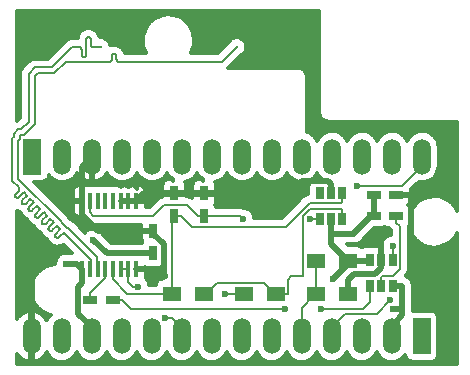
<source format=gbr>
G04 #@! TF.FileFunction,Copper,L2,Bot,Signal*
%FSLAX46Y46*%
G04 Gerber Fmt 4.6, Leading zero omitted, Abs format (unit mm)*
G04 Created by KiCad (PCBNEW 4.0.2-4+6225~38~ubuntu14.04.1-stable) date jue 07 abr 2016 16:44:47 ART*
%MOMM*%
G01*
G04 APERTURE LIST*
%ADD10C,0.100000*%
%ADD11O,1.506220X3.014980*%
%ADD12R,1.506220X3.014980*%
%ADD13R,0.750000X1.200000*%
%ADD14R,1.200000X0.750000*%
%ADD15R,1.500000X1.300000*%
%ADD16R,0.650000X1.060000*%
%ADD17R,0.350520X1.399540*%
%ADD18C,0.600000*%
%ADD19C,0.300000*%
%ADD20C,0.500000*%
%ADD21C,0.203200*%
%ADD22C,0.200000*%
%ADD23C,0.300000*%
G04 APERTURE END LIST*
D10*
D11*
X144940000Y-97100000D03*
X147480000Y-97100000D03*
X150020000Y-97100000D03*
X152560000Y-97100000D03*
X155100000Y-97100000D03*
X157640000Y-97100000D03*
X160180000Y-97100000D03*
X162720000Y-97100000D03*
X165260000Y-97100000D03*
X142400000Y-97100000D03*
X139860000Y-97100000D03*
X137320000Y-97100000D03*
X167800000Y-97100000D03*
D12*
X134780000Y-97100000D03*
D11*
X157580000Y-112300000D03*
X155040000Y-112300000D03*
X152500000Y-112300000D03*
X149960000Y-112300000D03*
X147420000Y-112300000D03*
X144880000Y-112300000D03*
X142340000Y-112300000D03*
X139800000Y-112300000D03*
X137260000Y-112300000D03*
X160120000Y-112300000D03*
X162660000Y-112300000D03*
X165200000Y-112300000D03*
X134720000Y-112300000D03*
D12*
X167740000Y-112300000D03*
D13*
X146812000Y-100208000D03*
X146812000Y-102108000D03*
X149352000Y-102108000D03*
X149352000Y-100208000D03*
D14*
X163708000Y-100330000D03*
X165608000Y-100330000D03*
X139700000Y-109220000D03*
X141600000Y-109220000D03*
X163708000Y-102108000D03*
X165608000Y-102108000D03*
D13*
X145034000Y-105278000D03*
X145034000Y-103378000D03*
D15*
X158844000Y-108712000D03*
X161544000Y-108712000D03*
X161544000Y-105918000D03*
X158844000Y-105918000D03*
X149352000Y-108712000D03*
X146652000Y-108712000D03*
X152748000Y-108712000D03*
X155448000Y-108712000D03*
D16*
X159136000Y-100162000D03*
X160086000Y-100162000D03*
X161036000Y-100162000D03*
X161036000Y-102362000D03*
X159136000Y-102362000D03*
X160086000Y-102362000D03*
D17*
X143570960Y-106588560D03*
X142920720Y-106588560D03*
X142270480Y-106588560D03*
X141620240Y-106588560D03*
X140970000Y-106588560D03*
X140319760Y-106588560D03*
X139669520Y-106588560D03*
X139019280Y-106588560D03*
X139019280Y-100838000D03*
X139669520Y-100838000D03*
X140319760Y-100838000D03*
X140970000Y-100838000D03*
X141620240Y-100838000D03*
X142270480Y-100838000D03*
X142920720Y-100838000D03*
X143570960Y-100838000D03*
D16*
X163388000Y-105834000D03*
X164338000Y-105834000D03*
X165288000Y-105834000D03*
X165288000Y-108034000D03*
X163388000Y-108034000D03*
X164338000Y-108034000D03*
D18*
X137414000Y-100838000D03*
X134620000Y-103632000D03*
X146050000Y-107188000D03*
X155702000Y-101092000D03*
X164338000Y-103632000D03*
X166878000Y-103632000D03*
X165354000Y-109982000D03*
X160274000Y-107442000D03*
X137668000Y-106172000D03*
X139954000Y-104140000D03*
X162306000Y-99568000D03*
X158335610Y-102406402D03*
X143764000Y-108110390D03*
X146050000Y-110744000D03*
X165100000Y-109220000D03*
X165312991Y-104648000D03*
D19*
X152100000Y-87800000D03*
X140600000Y-87800000D03*
D18*
X151130000Y-108712000D03*
X152654000Y-102407991D03*
X159258000Y-109982000D03*
X156210000Y-109982000D03*
D20*
X137414000Y-100838000D02*
X139019280Y-100838000D01*
X134720000Y-112300000D02*
X134720000Y-103732000D01*
X134720000Y-103732000D02*
X134620000Y-103632000D01*
X139860000Y-97100000D02*
X139019280Y-97940720D01*
X139019280Y-97940720D02*
X139019280Y-100838000D01*
X145909000Y-104478000D02*
X145909000Y-107047000D01*
X145909000Y-107047000D02*
X146050000Y-107188000D01*
X145633440Y-106588560D02*
X145909000Y-106313000D01*
X145909000Y-106313000D02*
X145909000Y-104478000D01*
X145909000Y-104478000D02*
X145034000Y-103603000D01*
X145034000Y-103603000D02*
X145034000Y-103378000D01*
X143570960Y-106588560D02*
X145633440Y-106588560D01*
X145034000Y-103378000D02*
X140359510Y-103378000D01*
X140359510Y-103378000D02*
X139019280Y-102037770D01*
X139019280Y-102037770D02*
X139019280Y-100838000D01*
X143256000Y-100838000D02*
X142270480Y-100838000D01*
X143256000Y-100838000D02*
X142920720Y-100838000D01*
X143570960Y-100838000D02*
X143256000Y-100838000D01*
X146812000Y-100208000D02*
X144200960Y-100208000D01*
X144200960Y-100208000D02*
X143570960Y-100838000D01*
X149352000Y-100208000D02*
X146812000Y-100208000D01*
X149352000Y-100208000D02*
X154818000Y-100208000D01*
X154818000Y-100208000D02*
X155702000Y-101092000D01*
X160086000Y-100162000D02*
X160086000Y-99446998D01*
X160086000Y-99446998D02*
X159821001Y-99181999D01*
X156001999Y-100792001D02*
X155702000Y-101092000D01*
X159821001Y-99181999D02*
X157612001Y-99181999D01*
X157612001Y-99181999D02*
X156001999Y-100792001D01*
X164338000Y-103632000D02*
X164338000Y-105834000D01*
X166878000Y-100500000D02*
X166878000Y-103632000D01*
X165608000Y-100330000D02*
X166708000Y-100330000D01*
X166708000Y-100330000D02*
X166878000Y-100500000D01*
X161544000Y-108712000D02*
X161544000Y-107562000D01*
X164338000Y-106520706D02*
X164338000Y-105834000D01*
X161544000Y-107562000D02*
X162052001Y-107053999D01*
X162052001Y-107053999D02*
X163804707Y-107053999D01*
X163804707Y-107053999D02*
X164338000Y-106520706D01*
X166116000Y-108458000D02*
X166116000Y-110121620D01*
X166116000Y-108204000D02*
X166116000Y-108458000D01*
X166116000Y-108458000D02*
X166116000Y-108037000D01*
X166113000Y-108034000D02*
X165288000Y-108034000D01*
X166116000Y-108037000D02*
X166113000Y-108034000D01*
X166116000Y-110490000D02*
X165200000Y-111406000D01*
X165200000Y-111406000D02*
X165200000Y-112300000D01*
X166116000Y-110121620D02*
X166116000Y-110490000D01*
X166116000Y-110121620D02*
X165976380Y-109982000D01*
X165976380Y-109982000D02*
X165354000Y-109982000D01*
X161544000Y-105918000D02*
X161544000Y-106172000D01*
X161544000Y-106172000D02*
X160274000Y-107442000D01*
X165200000Y-111545620D02*
X165200000Y-112300000D01*
X162052000Y-103632000D02*
X162052000Y-103539000D01*
X162052000Y-103539000D02*
X163483000Y-102108000D01*
X163483000Y-102108000D02*
X163708000Y-102108000D01*
X160086000Y-103632000D02*
X160086000Y-102362000D01*
X160086000Y-104460000D02*
X160086000Y-103632000D01*
X160086000Y-103632000D02*
X162052000Y-103632000D01*
X163708000Y-100330000D02*
X163708000Y-102108000D01*
X161544000Y-105918000D02*
X160086000Y-104460000D01*
X161544000Y-105918000D02*
X163304000Y-105918000D01*
X163304000Y-105918000D02*
X163388000Y-105834000D01*
X137668000Y-106172000D02*
X138602720Y-106172000D01*
X138602720Y-106172000D02*
X139019280Y-106588560D01*
X145034000Y-105278000D02*
X141092000Y-105278000D01*
X141092000Y-105278000D02*
X139954000Y-104140000D01*
X139800000Y-112300000D02*
X139800000Y-111545620D01*
X139800000Y-111545620D02*
X138649999Y-110395619D01*
X138649999Y-110395619D02*
X138649999Y-108157611D01*
X138649999Y-108157611D02*
X139019280Y-107788330D01*
X139019280Y-107788330D02*
X139019280Y-106588560D01*
D21*
X162306000Y-99568000D02*
X165989000Y-99568000D01*
D22*
X167800000Y-97100000D02*
X167800000Y-97854380D01*
X167800000Y-97854380D02*
X166086380Y-99568000D01*
X166086380Y-99568000D02*
X165989000Y-99568000D01*
D21*
X159136000Y-102362000D02*
X158380012Y-102362000D01*
X158380012Y-102362000D02*
X158335610Y-102406402D01*
X158844000Y-108712000D02*
X158744000Y-108712000D01*
X158744000Y-108712000D02*
X157580000Y-109876000D01*
X157580000Y-109876000D02*
X157580000Y-110589310D01*
X157580000Y-110589310D02*
X157580000Y-112300000D01*
X158844000Y-108712000D02*
X158844000Y-105918000D01*
X142494000Y-106636820D02*
X142318740Y-106636820D01*
X142318740Y-106636820D02*
X142270480Y-106588560D01*
X142920720Y-106588560D02*
X142542260Y-106588560D01*
X142542260Y-106588560D02*
X142494000Y-106636820D01*
X143764000Y-108110390D02*
X143339736Y-108110390D01*
X143339736Y-108110390D02*
X142920720Y-107691374D01*
X142920720Y-107691374D02*
X142920720Y-107491530D01*
X142920720Y-107491530D02*
X142920720Y-106588560D01*
X147420000Y-112300000D02*
X147420000Y-111545620D01*
X147420000Y-111545620D02*
X146618380Y-110744000D01*
X146618380Y-110744000D02*
X146050000Y-110744000D01*
X165100000Y-109220000D02*
X163934790Y-110385210D01*
X161280410Y-110385210D02*
X160120000Y-111545620D01*
X163934790Y-110385210D02*
X161280410Y-110385210D01*
X160120000Y-111545620D02*
X160120000Y-112300000D01*
X165288000Y-105834000D02*
X165288000Y-104672991D01*
X165288000Y-104672991D02*
X165312991Y-104648000D01*
D22*
X135231552Y-90039000D02*
X134997000Y-90273552D01*
X152100000Y-87800000D02*
X150838000Y-89062000D01*
X137800335Y-103097277D02*
X137805490Y-103098453D01*
X141513000Y-88566054D02*
X141513000Y-88862000D01*
X137732564Y-103143230D02*
X137737719Y-103142053D01*
X150838000Y-89062000D02*
X142113000Y-89062000D01*
X141588302Y-88409687D02*
X141556633Y-88441356D01*
X141513000Y-88862000D02*
X141507985Y-88906504D01*
X141493193Y-88948776D02*
X141469366Y-88986697D01*
X141913000Y-88862000D02*
X141913000Y-88566054D01*
X141437697Y-89018366D02*
X141399776Y-89042193D01*
X142113000Y-89062000D02*
X142068495Y-89056985D01*
X141918014Y-88906504D02*
X141913000Y-88862000D01*
X142068495Y-89056985D02*
X142026223Y-89042193D01*
X137805490Y-103098453D02*
X137810254Y-103100747D01*
X141907985Y-88521549D02*
X141893193Y-88479277D01*
X137789892Y-103098454D02*
X137795047Y-103097276D01*
X133726889Y-95607663D02*
X133600000Y-95734552D01*
X141932806Y-88948776D02*
X141918014Y-88906504D01*
X141869366Y-88441356D02*
X141837697Y-88409687D01*
X142026223Y-89042193D02*
X141988302Y-89018366D01*
X133600000Y-95734552D02*
X133600000Y-98956448D01*
X141893193Y-88479277D02*
X141869366Y-88441356D01*
X141469366Y-88986697D02*
X141437697Y-89018366D01*
X136628552Y-90039000D02*
X135231552Y-90039000D01*
X141988302Y-89018366D02*
X141956633Y-88986697D01*
X141956633Y-88986697D02*
X141932806Y-88948776D01*
X137605552Y-89062000D02*
X136628552Y-90039000D01*
X140244640Y-105988930D02*
X140319760Y-106064050D01*
X141913000Y-88566054D02*
X141907985Y-88521549D01*
X137780995Y-103104046D02*
X137785128Y-103100748D01*
X137795047Y-103097276D02*
X137800335Y-103097277D01*
X137814389Y-103104045D02*
X138240613Y-103530269D01*
X141507985Y-88906504D02*
X141493193Y-88948776D01*
X141799776Y-88385860D02*
X141757504Y-88371068D01*
X141837697Y-88409687D02*
X141799776Y-88385860D01*
X141757504Y-88371068D02*
X141713000Y-88366054D01*
X137292591Y-102652346D02*
X137293767Y-102657501D01*
X141713000Y-88366054D02*
X141668495Y-88371068D01*
X141556633Y-88441356D02*
X141532806Y-88479277D01*
X141668495Y-88371068D02*
X141626223Y-88385860D01*
X141532806Y-88479277D02*
X141518014Y-88521549D01*
X137722121Y-103142053D02*
X137727276Y-103143230D01*
X138243910Y-103559530D02*
X138237314Y-103567797D01*
X141399776Y-89042193D02*
X141357504Y-89056985D01*
X141626223Y-88385860D02*
X141588302Y-88409687D01*
X141518014Y-88521549D02*
X141513000Y-88566054D01*
X137763316Y-103119763D02*
X137764296Y-103120744D01*
X141357504Y-89056985D02*
X141313000Y-89062000D01*
X137746618Y-103136461D02*
X137763316Y-103119763D01*
X141313000Y-89062000D02*
X137605552Y-89062000D01*
X134997000Y-90273552D02*
X134997000Y-94337552D01*
X137281408Y-102701340D02*
X137283702Y-102706104D01*
X134042043Y-95292509D02*
X133786889Y-95292509D01*
X134997000Y-94337552D02*
X134042043Y-95292509D01*
X133786889Y-95292509D02*
X133726889Y-95352509D01*
X138237314Y-103567797D02*
X138235021Y-103572563D01*
X137713223Y-103136462D02*
X137717357Y-103139759D01*
X133726889Y-95352509D02*
X133726889Y-95607663D01*
X137737719Y-103142053D02*
X137742484Y-103139759D01*
X133600000Y-98956448D02*
X137287000Y-102643448D01*
X137287000Y-102643448D02*
X137290296Y-102647582D01*
X137281408Y-102685742D02*
X137280231Y-102690897D01*
X137290296Y-102647582D02*
X137292591Y-102652346D01*
X137293767Y-102657501D02*
X137293767Y-102662789D01*
X137293767Y-102662789D02*
X137292591Y-102667944D01*
X137292591Y-102667944D02*
X137290296Y-102672709D01*
X138233844Y-103583006D02*
X138235021Y-103588161D01*
X137283702Y-102706104D02*
X137286999Y-102710238D01*
X137290296Y-102672709D02*
X137283702Y-102680977D01*
X137283702Y-102680977D02*
X137281408Y-102685742D01*
X137280231Y-102690897D02*
X137280231Y-102696185D01*
X137280231Y-102696185D02*
X137281408Y-102701340D01*
X137286999Y-102710238D02*
X137713223Y-103136462D01*
X137717357Y-103139759D02*
X137722121Y-103142053D01*
X137727276Y-103143230D02*
X137732564Y-103143230D01*
X137810254Y-103100747D02*
X137814389Y-103104045D01*
X137742484Y-103139759D02*
X137746618Y-103136461D01*
X137764296Y-103120744D02*
X137780995Y-103104046D01*
X137785128Y-103100748D02*
X137789892Y-103098454D01*
X138240613Y-103530269D02*
X138243909Y-103534402D01*
X138243909Y-103534402D02*
X138246203Y-103539166D01*
X138246203Y-103539166D02*
X138247380Y-103544321D01*
X138247380Y-103544321D02*
X138247380Y-103549609D01*
X138247380Y-103549609D02*
X138246203Y-103554764D01*
X138240611Y-103597058D02*
X140244640Y-105601088D01*
X138246203Y-103554764D02*
X138243910Y-103559530D01*
X138235021Y-103572563D02*
X138233844Y-103577718D01*
X138233844Y-103577718D02*
X138233844Y-103583006D01*
X138235021Y-103588161D02*
X138237315Y-103592925D01*
X138237315Y-103592925D02*
X138240611Y-103597058D01*
X140244640Y-105601088D02*
X140244640Y-105988930D01*
X140319760Y-106064050D02*
X140319760Y-106588560D01*
X140600000Y-87800000D02*
X139954000Y-87800000D01*
X134623538Y-100684007D02*
X134623732Y-100684162D01*
X138997633Y-88574698D02*
X138973806Y-88536777D01*
X138934193Y-87913224D02*
X138910366Y-87875303D01*
X133226898Y-95145406D02*
X133226898Y-95400550D01*
X134905166Y-100965635D02*
X134905273Y-100965858D01*
X133589876Y-100557088D02*
X133630226Y-100537656D01*
X139954000Y-87800000D02*
X139909495Y-87794985D01*
X136036374Y-102098365D02*
X136035593Y-102099145D01*
X138840776Y-87819807D02*
X138798504Y-87805015D01*
X139640776Y-86969806D02*
X139598504Y-86955014D01*
X134057857Y-100118326D02*
X134058051Y-100118481D01*
X134339332Y-100399762D02*
X134339485Y-100399954D01*
X139909495Y-87794985D02*
X139867223Y-87780193D01*
X136885551Y-102946568D02*
X136885799Y-102946569D01*
X139509495Y-86955014D02*
X139467223Y-86969806D01*
X139867223Y-87780193D02*
X139829302Y-87756366D01*
X135327268Y-102234699D02*
X135362283Y-102206776D01*
X135198469Y-102264097D02*
X135243255Y-102264097D01*
X133501427Y-100567054D02*
X133546213Y-100567054D01*
X139373806Y-87063223D02*
X139359014Y-87105495D01*
X134497000Y-90066448D02*
X134497000Y-94130448D01*
X136602316Y-102662901D02*
X136602371Y-102663142D01*
X139829302Y-87756366D02*
X139797633Y-87724697D01*
X133631448Y-99695000D02*
X133659371Y-99730014D01*
X139797633Y-87724697D02*
X139773806Y-87686776D01*
X139773806Y-87686776D02*
X139759014Y-87644504D01*
X137591217Y-103654770D02*
X137829235Y-103892787D01*
X135032086Y-102131411D02*
X135051518Y-102171761D01*
X134057635Y-100118219D02*
X134057857Y-100118326D01*
X133659371Y-99730014D02*
X133678803Y-99770365D01*
X139759014Y-87644504D02*
X139754000Y-87600000D01*
X139754000Y-87600000D02*
X139754000Y-87150000D01*
X134338550Y-100402102D02*
X133948079Y-100792572D01*
X139754000Y-87150000D02*
X139748985Y-87105495D01*
X139598504Y-86955014D02*
X139554000Y-86950000D01*
X134339648Y-100400666D02*
X134339593Y-100400907D01*
X138954000Y-88000000D02*
X138948985Y-87955496D01*
X139748985Y-87105495D02*
X139734193Y-87063223D01*
X139397633Y-87025302D02*
X139373806Y-87063223D01*
X133354475Y-100474718D02*
X133382399Y-100509733D01*
X139734193Y-87063223D02*
X139710366Y-87025302D01*
X134339647Y-100400418D02*
X134339648Y-100400666D01*
X139710366Y-87025302D02*
X139678697Y-86993633D01*
X133678803Y-99902477D02*
X133659371Y-99942827D01*
X134905328Y-100966099D02*
X134905329Y-100966347D01*
X139678697Y-86993633D02*
X139640776Y-86969806D01*
X139278697Y-88606367D02*
X139240776Y-88630194D01*
X136885088Y-102946732D02*
X136885310Y-102946623D01*
X135852599Y-102819812D02*
X135892949Y-102800380D01*
X139354000Y-87150000D02*
X139354000Y-88450000D01*
X139554000Y-86950000D02*
X139509495Y-86955014D01*
X139354000Y-88450000D02*
X139348985Y-88494505D01*
X138754000Y-87800000D02*
X138160448Y-87800000D01*
X139467223Y-86969806D02*
X139429302Y-86993633D01*
X136153482Y-103174324D02*
X136153482Y-103219110D01*
X135470955Y-101532269D02*
X135470848Y-101532492D01*
X134622827Y-100683844D02*
X134623075Y-100683845D01*
X139198504Y-88644986D02*
X139154000Y-88650000D01*
X133688769Y-99814028D02*
X133688769Y-99858814D01*
X139429302Y-86993633D02*
X139397633Y-87025302D01*
X139359014Y-87105495D02*
X139354000Y-87150000D01*
X133948079Y-101075414D02*
X133983093Y-101103337D01*
X136602209Y-102662678D02*
X136602316Y-102662901D01*
X135286918Y-102254131D02*
X135327268Y-102234699D01*
X136719163Y-103740005D02*
X136719163Y-103784791D01*
X139348985Y-88494505D02*
X139334193Y-88536777D01*
X139310366Y-88574698D02*
X139278697Y-88606367D01*
X139334193Y-88536777D02*
X139310366Y-88574698D01*
X136036528Y-102096997D02*
X136036635Y-102097220D01*
X133834930Y-94792518D02*
X133579785Y-94792519D01*
X139240776Y-88630194D02*
X139198504Y-88644986D01*
X139154000Y-88650000D02*
X139109495Y-88644986D01*
X135024448Y-89539000D02*
X134497000Y-90066448D01*
X139109495Y-88644986D02*
X139067223Y-88630194D01*
X135617199Y-102737442D02*
X135645122Y-102772457D01*
X138959014Y-88494505D02*
X138954000Y-88450000D01*
X135189413Y-101249843D02*
X135470694Y-101531124D01*
X139067223Y-88630194D02*
X139029302Y-88606367D01*
X138948985Y-87955496D02*
X138934193Y-87913224D01*
X137167737Y-103228167D02*
X137167890Y-103228359D01*
X139029302Y-88606367D02*
X138997633Y-88574698D01*
X138973806Y-88536777D02*
X138959014Y-88494505D01*
X136602056Y-102662486D02*
X136602209Y-102662678D01*
X138954000Y-88450000D02*
X138954000Y-88000000D01*
X138910366Y-87875303D02*
X138878697Y-87843634D01*
X134622586Y-100683899D02*
X134622827Y-100683844D01*
X135754189Y-101815206D02*
X135754437Y-101815207D01*
X138160448Y-87800000D02*
X136421448Y-89539000D01*
X138878697Y-87843634D02*
X138840776Y-87819807D01*
X138798504Y-87805015D02*
X138754000Y-87800000D01*
X134339485Y-100399954D02*
X134339592Y-100400177D01*
X136421448Y-89539000D02*
X135024448Y-89539000D01*
X136748561Y-103655991D02*
X136729129Y-103696342D01*
X136036690Y-102097461D02*
X136036691Y-102097709D01*
X134497000Y-94130448D02*
X133834930Y-94792518D01*
X134023444Y-101122769D02*
X134067107Y-101132735D01*
X135189219Y-101249688D02*
X135189413Y-101249843D01*
X133579785Y-94792519D02*
X133226898Y-95145406D01*
X133226898Y-95400550D02*
X133100000Y-95527448D01*
X133100000Y-95527448D02*
X133100000Y-99163552D01*
X135645122Y-102772457D02*
X135680136Y-102800380D01*
X133100000Y-99163552D02*
X133631448Y-99695000D01*
X135471010Y-101532028D02*
X135470955Y-101532269D01*
X133890758Y-100911600D02*
X133890758Y-100956386D01*
X133678803Y-99770365D02*
X133688769Y-99814028D01*
X134057146Y-100118163D02*
X134057394Y-100118164D01*
X135471009Y-101531780D02*
X135471010Y-101532028D01*
X133688769Y-99858814D02*
X133678803Y-99902477D01*
X134339331Y-100401322D02*
X134338550Y-100402102D01*
X134622364Y-100684008D02*
X134622586Y-100683899D01*
X133659371Y-99942827D02*
X133631448Y-99977842D01*
X135470694Y-101531124D02*
X135470847Y-101531316D01*
X134513760Y-101358253D02*
X134485837Y-101393267D01*
X135079441Y-101923934D02*
X135051518Y-101958948D01*
X136163448Y-103262773D02*
X136182880Y-103303123D01*
X135470954Y-101531539D02*
X135471009Y-101531780D01*
X133631448Y-99977842D02*
X133382399Y-100226890D01*
X136153482Y-103219110D02*
X136163448Y-103262773D01*
X133382399Y-100226890D02*
X133354475Y-100261905D01*
X133354475Y-100261905D02*
X133335044Y-100302256D01*
X134548774Y-101669018D02*
X134589125Y-101688450D01*
X135753948Y-101815261D02*
X135754189Y-101815206D01*
X133335044Y-100302256D02*
X133325078Y-100345919D01*
X136319215Y-102381206D02*
X136319407Y-102381051D01*
X133325078Y-100345919D02*
X133325078Y-100390704D01*
X133325078Y-100390704D02*
X133335044Y-100434367D01*
X134057394Y-100118164D02*
X134057635Y-100118219D01*
X133335044Y-100434367D02*
X133354475Y-100474718D01*
X135154806Y-102254131D02*
X135198469Y-102264097D01*
X133382399Y-100509733D02*
X133417413Y-100537656D01*
X133417413Y-100537656D02*
X133457764Y-100557088D01*
X134339486Y-100401130D02*
X134339331Y-100401322D01*
X133457764Y-100557088D02*
X133501427Y-100567054D01*
X137167891Y-103229535D02*
X137167736Y-103229727D01*
X134056491Y-100118482D02*
X134056683Y-100118327D01*
X136245817Y-103366061D02*
X136286168Y-103385493D01*
X133546213Y-100567054D02*
X133589876Y-100557088D01*
X133630226Y-100537656D02*
X133665241Y-100509733D01*
X133665241Y-100509733D02*
X134056491Y-100118482D01*
X134056683Y-100118327D02*
X134056905Y-100118218D01*
X134230921Y-101075414D02*
X134622172Y-100684163D01*
X136374617Y-103395459D02*
X136418280Y-103385493D01*
X134456439Y-101477281D02*
X134456439Y-101522067D01*
X134056905Y-100118218D02*
X134057146Y-100118163D01*
X136886040Y-102946624D02*
X136886262Y-102946731D01*
X133983093Y-101103337D02*
X134023444Y-101122769D01*
X134058051Y-100118481D02*
X134339332Y-100399762D01*
X135470848Y-101532492D02*
X135470693Y-101532684D01*
X134339592Y-100400177D02*
X134339647Y-100400418D01*
X136729129Y-103696342D02*
X136719163Y-103740005D01*
X136329831Y-103395459D02*
X136374617Y-103395459D01*
X136182880Y-103303123D02*
X136210803Y-103338138D01*
X134067107Y-101132735D02*
X134111893Y-101132735D01*
X134339593Y-100400907D02*
X134339486Y-100401130D01*
X133948079Y-100792572D02*
X133920156Y-100827586D01*
X134195906Y-101103337D02*
X134230921Y-101075414D01*
X135680136Y-102800380D02*
X135720487Y-102819812D01*
X133900724Y-101000049D02*
X133920156Y-101040399D01*
X133920156Y-100827586D02*
X133900724Y-100867937D01*
X133900724Y-100867937D02*
X133890758Y-100911600D01*
X134155556Y-101122769D02*
X134195906Y-101103337D01*
X133890758Y-100956386D02*
X133900724Y-101000049D01*
X135051518Y-102171761D02*
X135079441Y-102206776D01*
X136602210Y-102663854D02*
X136602055Y-102664046D01*
X133920156Y-101040399D02*
X133948079Y-101075414D01*
X134111893Y-101132735D02*
X134155556Y-101122769D01*
X134622172Y-100684163D02*
X134622364Y-100684008D01*
X134623075Y-100683845D02*
X134623316Y-100683900D01*
X135032086Y-101999299D02*
X135022120Y-102042962D01*
X135470693Y-101532684D02*
X135469912Y-101533464D01*
X134623316Y-100683900D02*
X134623538Y-100684007D01*
X134623732Y-100684162D02*
X134905013Y-100965443D01*
X134905013Y-100965443D02*
X134905166Y-100965635D01*
X135022120Y-102042962D02*
X135022120Y-102087748D01*
X134905273Y-100965858D02*
X134905328Y-100966099D01*
X134905329Y-100966347D02*
X134905274Y-100966588D01*
X134905274Y-100966588D02*
X134905167Y-100966811D01*
X134905167Y-100966811D02*
X134905012Y-100967003D01*
X137167997Y-103228582D02*
X137168052Y-103228823D01*
X134905012Y-100967003D02*
X134904231Y-100967783D01*
X134904231Y-100967783D02*
X134513760Y-101358253D01*
X136602371Y-102663142D02*
X136602372Y-102663390D01*
X134485837Y-101393267D02*
X134466405Y-101433618D01*
X134466405Y-101433618D02*
X134456439Y-101477281D01*
X134456439Y-101522067D02*
X134466405Y-101565730D01*
X135469912Y-101533464D02*
X135079441Y-101923934D01*
X135587801Y-102608643D02*
X135587801Y-102653429D01*
X134466405Y-101565730D02*
X134485837Y-101606080D01*
X134485837Y-101606080D02*
X134513760Y-101641095D01*
X134513760Y-101641095D02*
X134548774Y-101669018D01*
X134589125Y-101688450D02*
X134632788Y-101698416D01*
X136210803Y-103338138D02*
X136245817Y-103366061D01*
X136602317Y-102663631D02*
X136602210Y-102663854D01*
X134632788Y-101698416D02*
X134677574Y-101698416D01*
X134677574Y-101698416D02*
X134721237Y-101688450D01*
X135470847Y-101531316D02*
X135470954Y-101531539D01*
X134721237Y-101688450D02*
X134761587Y-101669018D01*
X134761587Y-101669018D02*
X134796602Y-101641095D01*
X135754437Y-101815207D02*
X135754678Y-101815262D01*
X134796602Y-101641095D02*
X135187853Y-101249844D01*
X135187853Y-101249844D02*
X135188045Y-101249689D01*
X135188045Y-101249689D02*
X135188267Y-101249580D01*
X135188267Y-101249580D02*
X135188508Y-101249525D01*
X135188508Y-101249525D02*
X135188756Y-101249526D01*
X135188756Y-101249526D02*
X135188997Y-101249581D01*
X136036636Y-102097950D02*
X136036529Y-102098173D01*
X136036691Y-102097709D02*
X136036636Y-102097950D01*
X135188997Y-101249581D02*
X135189219Y-101249688D01*
X139744640Y-105808192D02*
X139744640Y-105988930D01*
X135051518Y-101958948D02*
X135032086Y-101999299D01*
X135022120Y-102087748D02*
X135032086Y-102131411D01*
X136163448Y-103130661D02*
X136153482Y-103174324D01*
X135079441Y-102206776D02*
X135114455Y-102234699D01*
X135114455Y-102234699D02*
X135154806Y-102254131D01*
X135243255Y-102264097D02*
X135286918Y-102254131D01*
X135362283Y-102206776D02*
X135753534Y-101815525D01*
X136319629Y-102380942D02*
X136319870Y-102380887D01*
X135753534Y-101815525D02*
X135753726Y-101815370D01*
X135753726Y-101815370D02*
X135753948Y-101815261D01*
X135754678Y-101815262D02*
X135754900Y-101815369D01*
X135754900Y-101815369D02*
X135755094Y-101815524D01*
X135755094Y-101815524D02*
X136036375Y-102096805D01*
X136036529Y-102098173D02*
X136036374Y-102098365D01*
X136036375Y-102096805D02*
X136036528Y-102096997D01*
X136036635Y-102097220D02*
X136036690Y-102097461D01*
X136886456Y-102946886D02*
X137167737Y-103228167D01*
X136035593Y-102099145D02*
X135645122Y-102489615D01*
X135645122Y-102489615D02*
X135617199Y-102524629D01*
X135617199Y-102524629D02*
X135597767Y-102564980D01*
X135597767Y-102564980D02*
X135587801Y-102608643D01*
X135587801Y-102653429D02*
X135597767Y-102697092D01*
X135597767Y-102697092D02*
X135617199Y-102737442D01*
X135720487Y-102819812D02*
X135764150Y-102829778D01*
X135764150Y-102829778D02*
X135808936Y-102829778D01*
X136319870Y-102380887D02*
X136320118Y-102380888D01*
X135808936Y-102829778D02*
X135852599Y-102819812D01*
X135892949Y-102800380D02*
X135927964Y-102772457D01*
X135927964Y-102772457D02*
X136319215Y-102381206D01*
X136319407Y-102381051D02*
X136319629Y-102380942D01*
X136493645Y-103338138D02*
X136884896Y-102946887D01*
X136320118Y-102380888D02*
X136320359Y-102380943D01*
X136320359Y-102380943D02*
X136320581Y-102381050D01*
X136320581Y-102381050D02*
X136320775Y-102381205D01*
X136320775Y-102381205D02*
X136602056Y-102662486D01*
X136602372Y-102663390D02*
X136602317Y-102663631D01*
X137168053Y-103229071D02*
X137167998Y-103229312D01*
X136602055Y-102664046D02*
X136601274Y-102664826D01*
X136601274Y-102664826D02*
X136210803Y-103055296D01*
X136286168Y-103385493D02*
X136329831Y-103395459D01*
X136210803Y-103055296D02*
X136182880Y-103090310D01*
X136182880Y-103090310D02*
X136163448Y-103130661D01*
X136418280Y-103385493D02*
X136458630Y-103366061D01*
X136458630Y-103366061D02*
X136493645Y-103338138D01*
X136884896Y-102946887D02*
X136885088Y-102946732D01*
X139669520Y-106064050D02*
X139669520Y-106588560D01*
X136885310Y-102946623D02*
X136885551Y-102946568D01*
X136885799Y-102946569D02*
X136886040Y-102946624D01*
X136886262Y-102946731D02*
X136886456Y-102946886D01*
X137167890Y-103228359D02*
X137167997Y-103228582D01*
X137168052Y-103228823D02*
X137168053Y-103229071D01*
X137167998Y-103229312D02*
X137167891Y-103229535D01*
X137167736Y-103229727D02*
X137166955Y-103230507D01*
X137166955Y-103230507D02*
X136776484Y-103620977D01*
X136776484Y-103620977D02*
X136748561Y-103655991D01*
X136719163Y-103784791D02*
X136729129Y-103828454D01*
X136729129Y-103828454D02*
X136748561Y-103868804D01*
X136748561Y-103868804D02*
X136776484Y-103903819D01*
X137343389Y-103626846D02*
X137383740Y-103607415D01*
X136776484Y-103903819D02*
X136811498Y-103931742D01*
X136811498Y-103931742D02*
X136851849Y-103951174D01*
X136851849Y-103951174D02*
X136895512Y-103961140D01*
X136895512Y-103961140D02*
X136940298Y-103961140D01*
X136940298Y-103961140D02*
X136983961Y-103951174D01*
X136983961Y-103951174D02*
X137024311Y-103931742D01*
X137024311Y-103931742D02*
X137059326Y-103903819D01*
X137059326Y-103903819D02*
X137308374Y-103654770D01*
X137308374Y-103654770D02*
X137343389Y-103626846D01*
X137383740Y-103607415D02*
X137427403Y-103597449D01*
X137427403Y-103597449D02*
X137472188Y-103597449D01*
X137472188Y-103597449D02*
X137515851Y-103607415D01*
X137515851Y-103607415D02*
X137556202Y-103626846D01*
X137556202Y-103626846D02*
X137591217Y-103654770D01*
X137829235Y-103892787D02*
X139744640Y-105808192D01*
X139744640Y-105988930D02*
X139669520Y-106064050D01*
X140600000Y-87800000D02*
X140589000Y-87800000D01*
D21*
X146812000Y-102108000D02*
X147390200Y-102108000D01*
X147390200Y-102108000D02*
X148291801Y-103009601D01*
X148291801Y-103009601D02*
X156262175Y-103009601D01*
X156262175Y-103009601D02*
X158278175Y-100993601D01*
X158278175Y-100993601D02*
X160937599Y-100993601D01*
X160937599Y-100993601D02*
X161036000Y-100895200D01*
X161036000Y-100895200D02*
X161036000Y-100162000D01*
X146652000Y-108712000D02*
X146652000Y-102870000D01*
X146652000Y-102870000D02*
X146652000Y-102268000D01*
X146652000Y-102268000D02*
X146812000Y-102108000D01*
X146652000Y-108712000D02*
X142840710Y-108712000D01*
X142840710Y-108712000D02*
X141620240Y-107491530D01*
X141620240Y-107491530D02*
X141620240Y-106588560D01*
X151130000Y-108712000D02*
X152748000Y-108712000D01*
X149352000Y-102108000D02*
X152354009Y-102108000D01*
X152354009Y-102108000D02*
X152654000Y-102407991D01*
X145034000Y-102108000D02*
X139954000Y-102108000D01*
X139954000Y-102108000D02*
X139669520Y-101823520D01*
X139669520Y-101740970D02*
X139669520Y-100838000D01*
X139669520Y-101823520D02*
X139669520Y-101740970D01*
X145935601Y-101206399D02*
X145034000Y-102108000D01*
X149352000Y-102108000D02*
X148773800Y-102108000D01*
X148773800Y-102108000D02*
X147872199Y-101206399D01*
X147872199Y-101206399D02*
X145935601Y-101206399D01*
X139700000Y-109220000D02*
X139700000Y-108641800D01*
X139700000Y-108641800D02*
X140970000Y-107371800D01*
X140970000Y-107371800D02*
X140970000Y-106588560D01*
X159258000Y-109982000D02*
X162814000Y-109982000D01*
X162814000Y-109982000D02*
X163388000Y-109408000D01*
X163388000Y-109408000D02*
X163388000Y-108767200D01*
X163388000Y-108767200D02*
X163388000Y-108034000D01*
X141600000Y-109220000D02*
X142403200Y-109220000D01*
X142403200Y-109220000D02*
X143165200Y-109982000D01*
X143165200Y-109982000D02*
X156210000Y-109982000D01*
X165608000Y-102108000D02*
X165608000Y-102686200D01*
X165608000Y-102686200D02*
X165914601Y-102992801D01*
X165914601Y-102992801D02*
X165914601Y-106605281D01*
X164338000Y-107300800D02*
X164338000Y-108034000D01*
X165914601Y-106605281D02*
X165317483Y-107202399D01*
X165317483Y-107202399D02*
X164436401Y-107202399D01*
X164436401Y-107202399D02*
X164338000Y-107300800D01*
X161036000Y-102362000D02*
X161036000Y-101628800D01*
X161036000Y-101628800D02*
X160937599Y-101530399D01*
X160937599Y-101530399D02*
X158311601Y-101530399D01*
X158311601Y-101530399D02*
X157734000Y-102108000D01*
X157734000Y-107188000D02*
X156718000Y-107188000D01*
X157734000Y-102108000D02*
X157734000Y-107188000D01*
X156718000Y-107188000D02*
X156401200Y-107504800D01*
X156401200Y-107504800D02*
X156401200Y-108712000D01*
X156401200Y-108712000D02*
X155448000Y-108712000D01*
X149352000Y-108712000D02*
X149452000Y-108712000D01*
X155348000Y-108712000D02*
X155448000Y-108712000D01*
X149452000Y-108712000D02*
X150403601Y-107760399D01*
X150403601Y-107760399D02*
X154396399Y-107760399D01*
X154396399Y-107760399D02*
X155348000Y-108712000D01*
D23*
G36*
X133581572Y-101732587D02*
X133638273Y-101769369D01*
X133643504Y-101771458D01*
X133648277Y-101774454D01*
X133657680Y-101779064D01*
X133698031Y-101798496D01*
X133703319Y-101800433D01*
X133708173Y-101803287D01*
X133765477Y-101823307D01*
X133781552Y-101871469D01*
X133784338Y-101876362D01*
X133786203Y-101881683D01*
X133790681Y-101891149D01*
X133810113Y-101931499D01*
X133813035Y-101936303D01*
X133815050Y-101941559D01*
X133851068Y-101998818D01*
X133886190Y-102056550D01*
X133889991Y-102060695D01*
X133892987Y-102065459D01*
X133899459Y-102073692D01*
X133927382Y-102108707D01*
X133931309Y-102112749D01*
X133934445Y-102117429D01*
X133982293Y-102165230D01*
X134029377Y-102213696D01*
X134034009Y-102216895D01*
X134037998Y-102220880D01*
X134046140Y-102227466D01*
X134081154Y-102255390D01*
X134085881Y-102258456D01*
X134089981Y-102262322D01*
X134147253Y-102298268D01*
X134203954Y-102335050D01*
X134209185Y-102337139D01*
X134213958Y-102340135D01*
X134223361Y-102344745D01*
X134263712Y-102364177D01*
X134269000Y-102366114D01*
X134273854Y-102368968D01*
X134331158Y-102388988D01*
X134347233Y-102437150D01*
X134350019Y-102442043D01*
X134351884Y-102447364D01*
X134356362Y-102456830D01*
X134375794Y-102497180D01*
X134378716Y-102501984D01*
X134380731Y-102507240D01*
X134416749Y-102564499D01*
X134451871Y-102622231D01*
X134455672Y-102626376D01*
X134458668Y-102631140D01*
X134465140Y-102639373D01*
X134493063Y-102674388D01*
X134496990Y-102678430D01*
X134500126Y-102683110D01*
X134547974Y-102730911D01*
X134595058Y-102779377D01*
X134599690Y-102782576D01*
X134603679Y-102786561D01*
X134611821Y-102793147D01*
X134646835Y-102821071D01*
X134651562Y-102824137D01*
X134655662Y-102828003D01*
X134712934Y-102863949D01*
X134769635Y-102900731D01*
X134774866Y-102902820D01*
X134779639Y-102905816D01*
X134789042Y-102910426D01*
X134829393Y-102929858D01*
X134834681Y-102931795D01*
X134839535Y-102934649D01*
X134896839Y-102954669D01*
X134912914Y-103002831D01*
X134915700Y-103007724D01*
X134917565Y-103013045D01*
X134922043Y-103022511D01*
X134941475Y-103062861D01*
X134944397Y-103067665D01*
X134946412Y-103072921D01*
X134982430Y-103130180D01*
X135017552Y-103187912D01*
X135021353Y-103192057D01*
X135024349Y-103196821D01*
X135030821Y-103205054D01*
X135058744Y-103240069D01*
X135062671Y-103244111D01*
X135065807Y-103248791D01*
X135113655Y-103296592D01*
X135160739Y-103345058D01*
X135165371Y-103348257D01*
X135169360Y-103352242D01*
X135177502Y-103358828D01*
X135212516Y-103386752D01*
X135217243Y-103389818D01*
X135221343Y-103393684D01*
X135278615Y-103429630D01*
X135335316Y-103466412D01*
X135340547Y-103468501D01*
X135345320Y-103471497D01*
X135354723Y-103476107D01*
X135395074Y-103495539D01*
X135400362Y-103497476D01*
X135405216Y-103500330D01*
X135462520Y-103520350D01*
X135478595Y-103568512D01*
X135481381Y-103573405D01*
X135483246Y-103578726D01*
X135487724Y-103588192D01*
X135507156Y-103628542D01*
X135510078Y-103633346D01*
X135512093Y-103638602D01*
X135548111Y-103695861D01*
X135583233Y-103753593D01*
X135587034Y-103757738D01*
X135590030Y-103762502D01*
X135596502Y-103770735D01*
X135624425Y-103805750D01*
X135628352Y-103809792D01*
X135631488Y-103814472D01*
X135679336Y-103862273D01*
X135726420Y-103910739D01*
X135731052Y-103913938D01*
X135735041Y-103917923D01*
X135743183Y-103924509D01*
X135778197Y-103952433D01*
X135782924Y-103955499D01*
X135787024Y-103959365D01*
X135844296Y-103995311D01*
X135900997Y-104032093D01*
X135906228Y-104034182D01*
X135911001Y-104037178D01*
X135920404Y-104041788D01*
X135960755Y-104061220D01*
X135966043Y-104063157D01*
X135970897Y-104066011D01*
X136028201Y-104086031D01*
X136044276Y-104134193D01*
X136047062Y-104139086D01*
X136048927Y-104144407D01*
X136053405Y-104153873D01*
X136072837Y-104194223D01*
X136075759Y-104199027D01*
X136077774Y-104204283D01*
X136113792Y-104261542D01*
X136148914Y-104319274D01*
X136152715Y-104323419D01*
X136155711Y-104328183D01*
X136162183Y-104336416D01*
X136190106Y-104371431D01*
X136194033Y-104375473D01*
X136197169Y-104380153D01*
X136245017Y-104427954D01*
X136292101Y-104476420D01*
X136296733Y-104479619D01*
X136300722Y-104483604D01*
X136308864Y-104490190D01*
X136343878Y-104518114D01*
X136348605Y-104521180D01*
X136352705Y-104525046D01*
X136409977Y-104560992D01*
X136466678Y-104597774D01*
X136471909Y-104599863D01*
X136476682Y-104602859D01*
X136486085Y-104607469D01*
X136526436Y-104626901D01*
X136531724Y-104628838D01*
X136536578Y-104631692D01*
X136600409Y-104653992D01*
X136663883Y-104677238D01*
X136669445Y-104678110D01*
X136674762Y-104679968D01*
X136684955Y-104682369D01*
X136728618Y-104692335D01*
X136734204Y-104693046D01*
X136739578Y-104694751D01*
X136806790Y-104702290D01*
X136873820Y-104710826D01*
X136879439Y-104710439D01*
X136885040Y-104711067D01*
X136895512Y-104711140D01*
X136940298Y-104711140D01*
X136945906Y-104710590D01*
X136951521Y-104711056D01*
X137018700Y-104703452D01*
X137085974Y-104696856D01*
X137091367Y-104695228D01*
X137096966Y-104694594D01*
X137107192Y-104692335D01*
X137150855Y-104682369D01*
X137156198Y-104680586D01*
X137161778Y-104679790D01*
X137225606Y-104657420D01*
X137289700Y-104636027D01*
X137294593Y-104633241D01*
X137299914Y-104631376D01*
X137309380Y-104626898D01*
X137349730Y-104607466D01*
X137354534Y-104604544D01*
X137359790Y-104602529D01*
X137417049Y-104566511D01*
X137432748Y-104556960D01*
X138147788Y-105272000D01*
X137978605Y-105272000D01*
X137950282Y-105260094D01*
X137767783Y-105222632D01*
X137581482Y-105221332D01*
X137398478Y-105256242D01*
X137225739Y-105326033D01*
X137069846Y-105428046D01*
X136936736Y-105558397D01*
X136831480Y-105712119D01*
X136758087Y-105883359D01*
X136719352Y-106065592D01*
X136717475Y-106200060D01*
X136352477Y-106243584D01*
X135948358Y-106374890D01*
X135577440Y-106582190D01*
X135253850Y-106857586D01*
X134989914Y-107190590D01*
X134795686Y-107568517D01*
X134678563Y-107976973D01*
X134643007Y-108400399D01*
X134690372Y-108822666D01*
X134818854Y-109227692D01*
X135023559Y-109600049D01*
X135296689Y-109925553D01*
X135627843Y-110191807D01*
X136004405Y-110388669D01*
X136336035Y-110486274D01*
X136278295Y-110532697D01*
X136102275Y-110742470D01*
X135989812Y-110947039D01*
X135978037Y-110916285D01*
X135831087Y-110682947D01*
X135641439Y-110482761D01*
X135416380Y-110323420D01*
X135164560Y-110211047D01*
X135037705Y-110178952D01*
X134820000Y-110309047D01*
X134820000Y-112200000D01*
X134840000Y-112200000D01*
X134840000Y-112400000D01*
X134820000Y-112400000D01*
X134820000Y-114290953D01*
X135037705Y-114421048D01*
X135164560Y-114388953D01*
X135416380Y-114276580D01*
X135641439Y-114117239D01*
X135831087Y-113917053D01*
X135978037Y-113683715D01*
X135990387Y-113651461D01*
X136091320Y-113841288D01*
X136264394Y-114053498D01*
X136475391Y-114228050D01*
X136716273Y-114358294D01*
X136977866Y-114439271D01*
X137250205Y-114467895D01*
X137522917Y-114443076D01*
X137785614Y-114365760D01*
X138028291Y-114238891D01*
X138241705Y-114067303D01*
X138417725Y-113857530D01*
X138530694Y-113652040D01*
X138631320Y-113841288D01*
X138804394Y-114053498D01*
X139015391Y-114228050D01*
X139256273Y-114358294D01*
X139517866Y-114439271D01*
X139790205Y-114467895D01*
X140062917Y-114443076D01*
X140325614Y-114365760D01*
X140568291Y-114238891D01*
X140781705Y-114067303D01*
X140957725Y-113857530D01*
X141070694Y-113652040D01*
X141171320Y-113841288D01*
X141344394Y-114053498D01*
X141555391Y-114228050D01*
X141796273Y-114358294D01*
X142057866Y-114439271D01*
X142330205Y-114467895D01*
X142602917Y-114443076D01*
X142865614Y-114365760D01*
X143108291Y-114238891D01*
X143321705Y-114067303D01*
X143497725Y-113857530D01*
X143610694Y-113652040D01*
X143711320Y-113841288D01*
X143884394Y-114053498D01*
X144095391Y-114228050D01*
X144336273Y-114358294D01*
X144597866Y-114439271D01*
X144870205Y-114467895D01*
X145142917Y-114443076D01*
X145405614Y-114365760D01*
X145648291Y-114238891D01*
X145861705Y-114067303D01*
X146037725Y-113857530D01*
X146150694Y-113652040D01*
X146251320Y-113841288D01*
X146424394Y-114053498D01*
X146635391Y-114228050D01*
X146876273Y-114358294D01*
X147137866Y-114439271D01*
X147410205Y-114467895D01*
X147682917Y-114443076D01*
X147945614Y-114365760D01*
X148188291Y-114238891D01*
X148401705Y-114067303D01*
X148577725Y-113857530D01*
X148690694Y-113652040D01*
X148791320Y-113841288D01*
X148964394Y-114053498D01*
X149175391Y-114228050D01*
X149416273Y-114358294D01*
X149677866Y-114439271D01*
X149950205Y-114467895D01*
X150222917Y-114443076D01*
X150485614Y-114365760D01*
X150728291Y-114238891D01*
X150941705Y-114067303D01*
X151117725Y-113857530D01*
X151230694Y-113652040D01*
X151331320Y-113841288D01*
X151504394Y-114053498D01*
X151715391Y-114228050D01*
X151956273Y-114358294D01*
X152217866Y-114439271D01*
X152490205Y-114467895D01*
X152762917Y-114443076D01*
X153025614Y-114365760D01*
X153268291Y-114238891D01*
X153481705Y-114067303D01*
X153657725Y-113857530D01*
X153770694Y-113652040D01*
X153871320Y-113841288D01*
X154044394Y-114053498D01*
X154255391Y-114228050D01*
X154496273Y-114358294D01*
X154757866Y-114439271D01*
X155030205Y-114467895D01*
X155302917Y-114443076D01*
X155565614Y-114365760D01*
X155808291Y-114238891D01*
X156021705Y-114067303D01*
X156197725Y-113857530D01*
X156310694Y-113652040D01*
X156411320Y-113841288D01*
X156584394Y-114053498D01*
X156795391Y-114228050D01*
X157036273Y-114358294D01*
X157297866Y-114439271D01*
X157570205Y-114467895D01*
X157842917Y-114443076D01*
X158105614Y-114365760D01*
X158348291Y-114238891D01*
X158561705Y-114067303D01*
X158737725Y-113857530D01*
X158850694Y-113652040D01*
X158951320Y-113841288D01*
X159124394Y-114053498D01*
X159335391Y-114228050D01*
X159576273Y-114358294D01*
X159837866Y-114439271D01*
X160110205Y-114467895D01*
X160382917Y-114443076D01*
X160645614Y-114365760D01*
X160888291Y-114238891D01*
X161101705Y-114067303D01*
X161277725Y-113857530D01*
X161390694Y-113652040D01*
X161491320Y-113841288D01*
X161664394Y-114053498D01*
X161875391Y-114228050D01*
X162116273Y-114358294D01*
X162377866Y-114439271D01*
X162650205Y-114467895D01*
X162922917Y-114443076D01*
X163185614Y-114365760D01*
X163428291Y-114238891D01*
X163641705Y-114067303D01*
X163817725Y-113857530D01*
X163930694Y-113652040D01*
X164031320Y-113841288D01*
X164204394Y-114053498D01*
X164415391Y-114228050D01*
X164656273Y-114358294D01*
X164917866Y-114439271D01*
X165190205Y-114467895D01*
X165462917Y-114443076D01*
X165725614Y-114365760D01*
X165968291Y-114238891D01*
X166181705Y-114067303D01*
X166339470Y-113879285D01*
X166341999Y-113911000D01*
X166396368Y-114086564D01*
X166497496Y-114240031D01*
X166637374Y-114359248D01*
X166804928Y-114434776D01*
X166986890Y-114460635D01*
X168493110Y-114460635D01*
X168596620Y-114452381D01*
X168772184Y-114398012D01*
X168925651Y-114296884D01*
X169044868Y-114157006D01*
X169120396Y-113989452D01*
X169146255Y-113807490D01*
X169146255Y-110792510D01*
X169138001Y-110689000D01*
X169083632Y-110513436D01*
X168982504Y-110359969D01*
X168842626Y-110240752D01*
X168675072Y-110165224D01*
X168493110Y-110139365D01*
X167016000Y-110139365D01*
X167016000Y-108037000D01*
X167007888Y-107954268D01*
X167000642Y-107871444D01*
X166999322Y-107866900D01*
X166998860Y-107862189D01*
X166974844Y-107782646D01*
X166951638Y-107702769D01*
X166949457Y-107698562D01*
X166948091Y-107694037D01*
X166909103Y-107620711D01*
X166870804Y-107546825D01*
X166867849Y-107543124D01*
X166865629Y-107538948D01*
X166813093Y-107474532D01*
X166761220Y-107409552D01*
X166754728Y-107402969D01*
X166754614Y-107402829D01*
X166754485Y-107402722D01*
X166752396Y-107400604D01*
X166749396Y-107397604D01*
X166685141Y-107344824D01*
X166621470Y-107291398D01*
X166617324Y-107289119D01*
X166613666Y-107286114D01*
X166540407Y-107246833D01*
X166467548Y-107206778D01*
X166463035Y-107205346D01*
X166458866Y-107203111D01*
X166398232Y-107184573D01*
X166446062Y-107136743D01*
X166490140Y-107083082D01*
X166534756Y-107029910D01*
X166536659Y-107026449D01*
X166539169Y-107023393D01*
X166571979Y-106962202D01*
X166605423Y-106901368D01*
X166606619Y-106897599D01*
X166608485Y-106894118D01*
X166628779Y-106827739D01*
X166649777Y-106761547D01*
X166650217Y-106757621D01*
X166651373Y-106753841D01*
X166658386Y-106684796D01*
X166666128Y-106615775D01*
X166666182Y-106608045D01*
X166666196Y-106607905D01*
X166666184Y-106607774D01*
X166666201Y-106605281D01*
X166666201Y-102992801D01*
X166661759Y-102947499D01*
X166664843Y-102943880D01*
X166678167Y-103062666D01*
X166806649Y-103467692D01*
X167011354Y-103840049D01*
X167284484Y-104165553D01*
X167615638Y-104431807D01*
X167992200Y-104628669D01*
X168399827Y-104748641D01*
X168822995Y-104787152D01*
X169245583Y-104742736D01*
X169651496Y-104617085D01*
X170025273Y-104414985D01*
X170352676Y-104144133D01*
X170621235Y-103814847D01*
X170775000Y-103525657D01*
X170775000Y-114675000D01*
X133525000Y-114675000D01*
X133525000Y-113783810D01*
X133608913Y-113917053D01*
X133798561Y-114117239D01*
X134023620Y-114276580D01*
X134275440Y-114388953D01*
X134402295Y-114421048D01*
X134620000Y-114290953D01*
X134620000Y-112400000D01*
X134600000Y-112400000D01*
X134600000Y-112200000D01*
X134620000Y-112200000D01*
X134620000Y-110309047D01*
X134402295Y-110178952D01*
X134275440Y-110211047D01*
X134023620Y-110323420D01*
X133798561Y-110482761D01*
X133608913Y-110682947D01*
X133525000Y-110816190D01*
X133525000Y-101697080D01*
X133581572Y-101732587D01*
X133581572Y-101732587D01*
G37*
X133581572Y-101732587D02*
X133638273Y-101769369D01*
X133643504Y-101771458D01*
X133648277Y-101774454D01*
X133657680Y-101779064D01*
X133698031Y-101798496D01*
X133703319Y-101800433D01*
X133708173Y-101803287D01*
X133765477Y-101823307D01*
X133781552Y-101871469D01*
X133784338Y-101876362D01*
X133786203Y-101881683D01*
X133790681Y-101891149D01*
X133810113Y-101931499D01*
X133813035Y-101936303D01*
X133815050Y-101941559D01*
X133851068Y-101998818D01*
X133886190Y-102056550D01*
X133889991Y-102060695D01*
X133892987Y-102065459D01*
X133899459Y-102073692D01*
X133927382Y-102108707D01*
X133931309Y-102112749D01*
X133934445Y-102117429D01*
X133982293Y-102165230D01*
X134029377Y-102213696D01*
X134034009Y-102216895D01*
X134037998Y-102220880D01*
X134046140Y-102227466D01*
X134081154Y-102255390D01*
X134085881Y-102258456D01*
X134089981Y-102262322D01*
X134147253Y-102298268D01*
X134203954Y-102335050D01*
X134209185Y-102337139D01*
X134213958Y-102340135D01*
X134223361Y-102344745D01*
X134263712Y-102364177D01*
X134269000Y-102366114D01*
X134273854Y-102368968D01*
X134331158Y-102388988D01*
X134347233Y-102437150D01*
X134350019Y-102442043D01*
X134351884Y-102447364D01*
X134356362Y-102456830D01*
X134375794Y-102497180D01*
X134378716Y-102501984D01*
X134380731Y-102507240D01*
X134416749Y-102564499D01*
X134451871Y-102622231D01*
X134455672Y-102626376D01*
X134458668Y-102631140D01*
X134465140Y-102639373D01*
X134493063Y-102674388D01*
X134496990Y-102678430D01*
X134500126Y-102683110D01*
X134547974Y-102730911D01*
X134595058Y-102779377D01*
X134599690Y-102782576D01*
X134603679Y-102786561D01*
X134611821Y-102793147D01*
X134646835Y-102821071D01*
X134651562Y-102824137D01*
X134655662Y-102828003D01*
X134712934Y-102863949D01*
X134769635Y-102900731D01*
X134774866Y-102902820D01*
X134779639Y-102905816D01*
X134789042Y-102910426D01*
X134829393Y-102929858D01*
X134834681Y-102931795D01*
X134839535Y-102934649D01*
X134896839Y-102954669D01*
X134912914Y-103002831D01*
X134915700Y-103007724D01*
X134917565Y-103013045D01*
X134922043Y-103022511D01*
X134941475Y-103062861D01*
X134944397Y-103067665D01*
X134946412Y-103072921D01*
X134982430Y-103130180D01*
X135017552Y-103187912D01*
X135021353Y-103192057D01*
X135024349Y-103196821D01*
X135030821Y-103205054D01*
X135058744Y-103240069D01*
X135062671Y-103244111D01*
X135065807Y-103248791D01*
X135113655Y-103296592D01*
X135160739Y-103345058D01*
X135165371Y-103348257D01*
X135169360Y-103352242D01*
X135177502Y-103358828D01*
X135212516Y-103386752D01*
X135217243Y-103389818D01*
X135221343Y-103393684D01*
X135278615Y-103429630D01*
X135335316Y-103466412D01*
X135340547Y-103468501D01*
X135345320Y-103471497D01*
X135354723Y-103476107D01*
X135395074Y-103495539D01*
X135400362Y-103497476D01*
X135405216Y-103500330D01*
X135462520Y-103520350D01*
X135478595Y-103568512D01*
X135481381Y-103573405D01*
X135483246Y-103578726D01*
X135487724Y-103588192D01*
X135507156Y-103628542D01*
X135510078Y-103633346D01*
X135512093Y-103638602D01*
X135548111Y-103695861D01*
X135583233Y-103753593D01*
X135587034Y-103757738D01*
X135590030Y-103762502D01*
X135596502Y-103770735D01*
X135624425Y-103805750D01*
X135628352Y-103809792D01*
X135631488Y-103814472D01*
X135679336Y-103862273D01*
X135726420Y-103910739D01*
X135731052Y-103913938D01*
X135735041Y-103917923D01*
X135743183Y-103924509D01*
X135778197Y-103952433D01*
X135782924Y-103955499D01*
X135787024Y-103959365D01*
X135844296Y-103995311D01*
X135900997Y-104032093D01*
X135906228Y-104034182D01*
X135911001Y-104037178D01*
X135920404Y-104041788D01*
X135960755Y-104061220D01*
X135966043Y-104063157D01*
X135970897Y-104066011D01*
X136028201Y-104086031D01*
X136044276Y-104134193D01*
X136047062Y-104139086D01*
X136048927Y-104144407D01*
X136053405Y-104153873D01*
X136072837Y-104194223D01*
X136075759Y-104199027D01*
X136077774Y-104204283D01*
X136113792Y-104261542D01*
X136148914Y-104319274D01*
X136152715Y-104323419D01*
X136155711Y-104328183D01*
X136162183Y-104336416D01*
X136190106Y-104371431D01*
X136194033Y-104375473D01*
X136197169Y-104380153D01*
X136245017Y-104427954D01*
X136292101Y-104476420D01*
X136296733Y-104479619D01*
X136300722Y-104483604D01*
X136308864Y-104490190D01*
X136343878Y-104518114D01*
X136348605Y-104521180D01*
X136352705Y-104525046D01*
X136409977Y-104560992D01*
X136466678Y-104597774D01*
X136471909Y-104599863D01*
X136476682Y-104602859D01*
X136486085Y-104607469D01*
X136526436Y-104626901D01*
X136531724Y-104628838D01*
X136536578Y-104631692D01*
X136600409Y-104653992D01*
X136663883Y-104677238D01*
X136669445Y-104678110D01*
X136674762Y-104679968D01*
X136684955Y-104682369D01*
X136728618Y-104692335D01*
X136734204Y-104693046D01*
X136739578Y-104694751D01*
X136806790Y-104702290D01*
X136873820Y-104710826D01*
X136879439Y-104710439D01*
X136885040Y-104711067D01*
X136895512Y-104711140D01*
X136940298Y-104711140D01*
X136945906Y-104710590D01*
X136951521Y-104711056D01*
X137018700Y-104703452D01*
X137085974Y-104696856D01*
X137091367Y-104695228D01*
X137096966Y-104694594D01*
X137107192Y-104692335D01*
X137150855Y-104682369D01*
X137156198Y-104680586D01*
X137161778Y-104679790D01*
X137225606Y-104657420D01*
X137289700Y-104636027D01*
X137294593Y-104633241D01*
X137299914Y-104631376D01*
X137309380Y-104626898D01*
X137349730Y-104607466D01*
X137354534Y-104604544D01*
X137359790Y-104602529D01*
X137417049Y-104566511D01*
X137432748Y-104556960D01*
X138147788Y-105272000D01*
X137978605Y-105272000D01*
X137950282Y-105260094D01*
X137767783Y-105222632D01*
X137581482Y-105221332D01*
X137398478Y-105256242D01*
X137225739Y-105326033D01*
X137069846Y-105428046D01*
X136936736Y-105558397D01*
X136831480Y-105712119D01*
X136758087Y-105883359D01*
X136719352Y-106065592D01*
X136717475Y-106200060D01*
X136352477Y-106243584D01*
X135948358Y-106374890D01*
X135577440Y-106582190D01*
X135253850Y-106857586D01*
X134989914Y-107190590D01*
X134795686Y-107568517D01*
X134678563Y-107976973D01*
X134643007Y-108400399D01*
X134690372Y-108822666D01*
X134818854Y-109227692D01*
X135023559Y-109600049D01*
X135296689Y-109925553D01*
X135627843Y-110191807D01*
X136004405Y-110388669D01*
X136336035Y-110486274D01*
X136278295Y-110532697D01*
X136102275Y-110742470D01*
X135989812Y-110947039D01*
X135978037Y-110916285D01*
X135831087Y-110682947D01*
X135641439Y-110482761D01*
X135416380Y-110323420D01*
X135164560Y-110211047D01*
X135037705Y-110178952D01*
X134820000Y-110309047D01*
X134820000Y-112200000D01*
X134840000Y-112200000D01*
X134840000Y-112400000D01*
X134820000Y-112400000D01*
X134820000Y-114290953D01*
X135037705Y-114421048D01*
X135164560Y-114388953D01*
X135416380Y-114276580D01*
X135641439Y-114117239D01*
X135831087Y-113917053D01*
X135978037Y-113683715D01*
X135990387Y-113651461D01*
X136091320Y-113841288D01*
X136264394Y-114053498D01*
X136475391Y-114228050D01*
X136716273Y-114358294D01*
X136977866Y-114439271D01*
X137250205Y-114467895D01*
X137522917Y-114443076D01*
X137785614Y-114365760D01*
X138028291Y-114238891D01*
X138241705Y-114067303D01*
X138417725Y-113857530D01*
X138530694Y-113652040D01*
X138631320Y-113841288D01*
X138804394Y-114053498D01*
X139015391Y-114228050D01*
X139256273Y-114358294D01*
X139517866Y-114439271D01*
X139790205Y-114467895D01*
X140062917Y-114443076D01*
X140325614Y-114365760D01*
X140568291Y-114238891D01*
X140781705Y-114067303D01*
X140957725Y-113857530D01*
X141070694Y-113652040D01*
X141171320Y-113841288D01*
X141344394Y-114053498D01*
X141555391Y-114228050D01*
X141796273Y-114358294D01*
X142057866Y-114439271D01*
X142330205Y-114467895D01*
X142602917Y-114443076D01*
X142865614Y-114365760D01*
X143108291Y-114238891D01*
X143321705Y-114067303D01*
X143497725Y-113857530D01*
X143610694Y-113652040D01*
X143711320Y-113841288D01*
X143884394Y-114053498D01*
X144095391Y-114228050D01*
X144336273Y-114358294D01*
X144597866Y-114439271D01*
X144870205Y-114467895D01*
X145142917Y-114443076D01*
X145405614Y-114365760D01*
X145648291Y-114238891D01*
X145861705Y-114067303D01*
X146037725Y-113857530D01*
X146150694Y-113652040D01*
X146251320Y-113841288D01*
X146424394Y-114053498D01*
X146635391Y-114228050D01*
X146876273Y-114358294D01*
X147137866Y-114439271D01*
X147410205Y-114467895D01*
X147682917Y-114443076D01*
X147945614Y-114365760D01*
X148188291Y-114238891D01*
X148401705Y-114067303D01*
X148577725Y-113857530D01*
X148690694Y-113652040D01*
X148791320Y-113841288D01*
X148964394Y-114053498D01*
X149175391Y-114228050D01*
X149416273Y-114358294D01*
X149677866Y-114439271D01*
X149950205Y-114467895D01*
X150222917Y-114443076D01*
X150485614Y-114365760D01*
X150728291Y-114238891D01*
X150941705Y-114067303D01*
X151117725Y-113857530D01*
X151230694Y-113652040D01*
X151331320Y-113841288D01*
X151504394Y-114053498D01*
X151715391Y-114228050D01*
X151956273Y-114358294D01*
X152217866Y-114439271D01*
X152490205Y-114467895D01*
X152762917Y-114443076D01*
X153025614Y-114365760D01*
X153268291Y-114238891D01*
X153481705Y-114067303D01*
X153657725Y-113857530D01*
X153770694Y-113652040D01*
X153871320Y-113841288D01*
X154044394Y-114053498D01*
X154255391Y-114228050D01*
X154496273Y-114358294D01*
X154757866Y-114439271D01*
X155030205Y-114467895D01*
X155302917Y-114443076D01*
X155565614Y-114365760D01*
X155808291Y-114238891D01*
X156021705Y-114067303D01*
X156197725Y-113857530D01*
X156310694Y-113652040D01*
X156411320Y-113841288D01*
X156584394Y-114053498D01*
X156795391Y-114228050D01*
X157036273Y-114358294D01*
X157297866Y-114439271D01*
X157570205Y-114467895D01*
X157842917Y-114443076D01*
X158105614Y-114365760D01*
X158348291Y-114238891D01*
X158561705Y-114067303D01*
X158737725Y-113857530D01*
X158850694Y-113652040D01*
X158951320Y-113841288D01*
X159124394Y-114053498D01*
X159335391Y-114228050D01*
X159576273Y-114358294D01*
X159837866Y-114439271D01*
X160110205Y-114467895D01*
X160382917Y-114443076D01*
X160645614Y-114365760D01*
X160888291Y-114238891D01*
X161101705Y-114067303D01*
X161277725Y-113857530D01*
X161390694Y-113652040D01*
X161491320Y-113841288D01*
X161664394Y-114053498D01*
X161875391Y-114228050D01*
X162116273Y-114358294D01*
X162377866Y-114439271D01*
X162650205Y-114467895D01*
X162922917Y-114443076D01*
X163185614Y-114365760D01*
X163428291Y-114238891D01*
X163641705Y-114067303D01*
X163817725Y-113857530D01*
X163930694Y-113652040D01*
X164031320Y-113841288D01*
X164204394Y-114053498D01*
X164415391Y-114228050D01*
X164656273Y-114358294D01*
X164917866Y-114439271D01*
X165190205Y-114467895D01*
X165462917Y-114443076D01*
X165725614Y-114365760D01*
X165968291Y-114238891D01*
X166181705Y-114067303D01*
X166339470Y-113879285D01*
X166341999Y-113911000D01*
X166396368Y-114086564D01*
X166497496Y-114240031D01*
X166637374Y-114359248D01*
X166804928Y-114434776D01*
X166986890Y-114460635D01*
X168493110Y-114460635D01*
X168596620Y-114452381D01*
X168772184Y-114398012D01*
X168925651Y-114296884D01*
X169044868Y-114157006D01*
X169120396Y-113989452D01*
X169146255Y-113807490D01*
X169146255Y-110792510D01*
X169138001Y-110689000D01*
X169083632Y-110513436D01*
X168982504Y-110359969D01*
X168842626Y-110240752D01*
X168675072Y-110165224D01*
X168493110Y-110139365D01*
X167016000Y-110139365D01*
X167016000Y-108037000D01*
X167007888Y-107954268D01*
X167000642Y-107871444D01*
X166999322Y-107866900D01*
X166998860Y-107862189D01*
X166974844Y-107782646D01*
X166951638Y-107702769D01*
X166949457Y-107698562D01*
X166948091Y-107694037D01*
X166909103Y-107620711D01*
X166870804Y-107546825D01*
X166867849Y-107543124D01*
X166865629Y-107538948D01*
X166813093Y-107474532D01*
X166761220Y-107409552D01*
X166754728Y-107402969D01*
X166754614Y-107402829D01*
X166754485Y-107402722D01*
X166752396Y-107400604D01*
X166749396Y-107397604D01*
X166685141Y-107344824D01*
X166621470Y-107291398D01*
X166617324Y-107289119D01*
X166613666Y-107286114D01*
X166540407Y-107246833D01*
X166467548Y-107206778D01*
X166463035Y-107205346D01*
X166458866Y-107203111D01*
X166398232Y-107184573D01*
X166446062Y-107136743D01*
X166490140Y-107083082D01*
X166534756Y-107029910D01*
X166536659Y-107026449D01*
X166539169Y-107023393D01*
X166571979Y-106962202D01*
X166605423Y-106901368D01*
X166606619Y-106897599D01*
X166608485Y-106894118D01*
X166628779Y-106827739D01*
X166649777Y-106761547D01*
X166650217Y-106757621D01*
X166651373Y-106753841D01*
X166658386Y-106684796D01*
X166666128Y-106615775D01*
X166666182Y-106608045D01*
X166666196Y-106607905D01*
X166666184Y-106607774D01*
X166666201Y-106605281D01*
X166666201Y-102992801D01*
X166661759Y-102947499D01*
X166664843Y-102943880D01*
X166678167Y-103062666D01*
X166806649Y-103467692D01*
X167011354Y-103840049D01*
X167284484Y-104165553D01*
X167615638Y-104431807D01*
X167992200Y-104628669D01*
X168399827Y-104748641D01*
X168822995Y-104787152D01*
X169245583Y-104742736D01*
X169651496Y-104617085D01*
X170025273Y-104414985D01*
X170352676Y-104144133D01*
X170621235Y-103814847D01*
X170775000Y-103525657D01*
X170775000Y-114675000D01*
X133525000Y-114675000D01*
X133525000Y-113783810D01*
X133608913Y-113917053D01*
X133798561Y-114117239D01*
X134023620Y-114276580D01*
X134275440Y-114388953D01*
X134402295Y-114421048D01*
X134620000Y-114290953D01*
X134620000Y-112400000D01*
X134600000Y-112400000D01*
X134600000Y-112200000D01*
X134620000Y-112200000D01*
X134620000Y-110309047D01*
X134402295Y-110178952D01*
X134275440Y-110211047D01*
X134023620Y-110323420D01*
X133798561Y-110482761D01*
X133608913Y-110682947D01*
X133525000Y-110816190D01*
X133525000Y-101697080D01*
X133581572Y-101732587D01*
G36*
X161644000Y-108612000D02*
X161664000Y-108612000D01*
X161664000Y-108812000D01*
X161644000Y-108812000D01*
X161644000Y-108832000D01*
X161444000Y-108832000D01*
X161444000Y-108812000D01*
X161424000Y-108812000D01*
X161424000Y-108612000D01*
X161444000Y-108612000D01*
X161444000Y-108592000D01*
X161644000Y-108592000D01*
X161644000Y-108612000D01*
X161644000Y-108612000D01*
G37*
X161644000Y-108612000D02*
X161664000Y-108612000D01*
X161664000Y-108812000D01*
X161644000Y-108812000D01*
X161644000Y-108832000D01*
X161444000Y-108832000D01*
X161444000Y-108812000D01*
X161424000Y-108812000D01*
X161424000Y-108612000D01*
X161444000Y-108612000D01*
X161444000Y-108592000D01*
X161644000Y-108592000D01*
X161644000Y-108612000D01*
G36*
X145900400Y-107408983D02*
X145798490Y-107417109D01*
X145622926Y-107471478D01*
X145469459Y-107572606D01*
X145350242Y-107712484D01*
X145274714Y-107880038D01*
X145263294Y-107960400D01*
X144702787Y-107960400D01*
X144677854Y-107834481D01*
X144606859Y-107662234D01*
X144503760Y-107507057D01*
X144388528Y-107391018D01*
X144396220Y-107352349D01*
X144396220Y-106851060D01*
X144233720Y-106688560D01*
X143749125Y-106688560D01*
X143749125Y-106488560D01*
X144233720Y-106488560D01*
X144300327Y-106421953D01*
X144309484Y-106429758D01*
X144477038Y-106505286D01*
X144659000Y-106531145D01*
X145409000Y-106531145D01*
X145512510Y-106522891D01*
X145688074Y-106468522D01*
X145841541Y-106367394D01*
X145900400Y-106298334D01*
X145900400Y-107408983D01*
X145900400Y-107408983D01*
G37*
X145900400Y-107408983D02*
X145798490Y-107417109D01*
X145622926Y-107471478D01*
X145469459Y-107572606D01*
X145350242Y-107712484D01*
X145274714Y-107880038D01*
X145263294Y-107960400D01*
X144702787Y-107960400D01*
X144677854Y-107834481D01*
X144606859Y-107662234D01*
X144503760Y-107507057D01*
X144388528Y-107391018D01*
X144396220Y-107352349D01*
X144396220Y-106851060D01*
X144233720Y-106688560D01*
X143749125Y-106688560D01*
X143749125Y-106488560D01*
X144233720Y-106488560D01*
X144300327Y-106421953D01*
X144309484Y-106429758D01*
X144477038Y-106505286D01*
X144659000Y-106531145D01*
X145409000Y-106531145D01*
X145512510Y-106522891D01*
X145688074Y-106468522D01*
X145841541Y-106367394D01*
X145900400Y-106298334D01*
X145900400Y-107408983D01*
G36*
X164658484Y-103034758D02*
X164826038Y-103110286D01*
X165008000Y-103136145D01*
X165009719Y-103136145D01*
X165025851Y-103155925D01*
X165069170Y-103210189D01*
X165074593Y-103215688D01*
X165074687Y-103215803D01*
X165074794Y-103215891D01*
X165076539Y-103217661D01*
X165163001Y-103304123D01*
X165163001Y-103709440D01*
X165043469Y-103732242D01*
X164870730Y-103802033D01*
X164714837Y-103904046D01*
X164581727Y-104034397D01*
X164476471Y-104188119D01*
X164403078Y-104359359D01*
X164364343Y-104541592D01*
X164361742Y-104727879D01*
X164395373Y-104911123D01*
X164412129Y-104953443D01*
X164411242Y-104954484D01*
X164335714Y-105122038D01*
X164335048Y-105126726D01*
X164303522Y-105024926D01*
X164238000Y-104925493D01*
X164238000Y-104816500D01*
X164075500Y-104654000D01*
X163948980Y-104654000D01*
X163859864Y-104671726D01*
X163713000Y-104650855D01*
X163063000Y-104650855D01*
X162959490Y-104659109D01*
X162783926Y-104713478D01*
X162702911Y-104766864D01*
X162643516Y-104716242D01*
X162475962Y-104640714D01*
X162294000Y-104614855D01*
X161513647Y-104614855D01*
X161430792Y-104532000D01*
X162052000Y-104532000D01*
X162136289Y-104523736D01*
X162220643Y-104516059D01*
X162223671Y-104515168D01*
X162226811Y-104514860D01*
X162307890Y-104490380D01*
X162389146Y-104466465D01*
X162391943Y-104465003D01*
X162394963Y-104464091D01*
X162469708Y-104424349D01*
X162544807Y-104385088D01*
X162547268Y-104383109D01*
X162550052Y-104381629D01*
X162615701Y-104328088D01*
X162681697Y-104275025D01*
X162683723Y-104272611D01*
X162686171Y-104270614D01*
X162740221Y-104205279D01*
X162794602Y-104140470D01*
X162796120Y-104137708D01*
X162798134Y-104135274D01*
X162838433Y-104060742D01*
X162879222Y-103986548D01*
X162880141Y-103983651D01*
X163727647Y-103136145D01*
X164308000Y-103136145D01*
X164411510Y-103127891D01*
X164587074Y-103073522D01*
X164652997Y-103030082D01*
X164658484Y-103034758D01*
X164658484Y-103034758D01*
G37*
X164658484Y-103034758D02*
X164826038Y-103110286D01*
X165008000Y-103136145D01*
X165009719Y-103136145D01*
X165025851Y-103155925D01*
X165069170Y-103210189D01*
X165074593Y-103215688D01*
X165074687Y-103215803D01*
X165074794Y-103215891D01*
X165076539Y-103217661D01*
X165163001Y-103304123D01*
X165163001Y-103709440D01*
X165043469Y-103732242D01*
X164870730Y-103802033D01*
X164714837Y-103904046D01*
X164581727Y-104034397D01*
X164476471Y-104188119D01*
X164403078Y-104359359D01*
X164364343Y-104541592D01*
X164361742Y-104727879D01*
X164395373Y-104911123D01*
X164412129Y-104953443D01*
X164411242Y-104954484D01*
X164335714Y-105122038D01*
X164335048Y-105126726D01*
X164303522Y-105024926D01*
X164238000Y-104925493D01*
X164238000Y-104816500D01*
X164075500Y-104654000D01*
X163948980Y-104654000D01*
X163859864Y-104671726D01*
X163713000Y-104650855D01*
X163063000Y-104650855D01*
X162959490Y-104659109D01*
X162783926Y-104713478D01*
X162702911Y-104766864D01*
X162643516Y-104716242D01*
X162475962Y-104640714D01*
X162294000Y-104614855D01*
X161513647Y-104614855D01*
X161430792Y-104532000D01*
X162052000Y-104532000D01*
X162136289Y-104523736D01*
X162220643Y-104516059D01*
X162223671Y-104515168D01*
X162226811Y-104514860D01*
X162307890Y-104490380D01*
X162389146Y-104466465D01*
X162391943Y-104465003D01*
X162394963Y-104464091D01*
X162469708Y-104424349D01*
X162544807Y-104385088D01*
X162547268Y-104383109D01*
X162550052Y-104381629D01*
X162615701Y-104328088D01*
X162681697Y-104275025D01*
X162683723Y-104272611D01*
X162686171Y-104270614D01*
X162740221Y-104205279D01*
X162794602Y-104140470D01*
X162796120Y-104137708D01*
X162798134Y-104135274D01*
X162838433Y-104060742D01*
X162879222Y-103986548D01*
X162880141Y-103983651D01*
X163727647Y-103136145D01*
X164308000Y-103136145D01*
X164411510Y-103127891D01*
X164587074Y-103073522D01*
X164652997Y-103030082D01*
X164658484Y-103034758D01*
G36*
X139960000Y-97000000D02*
X139980000Y-97000000D01*
X139980000Y-97200000D01*
X139960000Y-97200000D01*
X139960000Y-99090953D01*
X140177705Y-99221048D01*
X140304560Y-99188953D01*
X140556380Y-99076580D01*
X140781439Y-98917239D01*
X140971087Y-98717053D01*
X141118037Y-98483715D01*
X141130387Y-98451461D01*
X141231320Y-98641288D01*
X141404394Y-98853498D01*
X141615391Y-99028050D01*
X141856273Y-99158294D01*
X142117866Y-99239271D01*
X142390205Y-99267895D01*
X142662917Y-99243076D01*
X142925614Y-99165760D01*
X143168291Y-99038891D01*
X143381705Y-98867303D01*
X143557725Y-98657530D01*
X143670694Y-98452040D01*
X143771320Y-98641288D01*
X143944394Y-98853498D01*
X144155391Y-99028050D01*
X144396273Y-99158294D01*
X144657866Y-99239271D01*
X144930205Y-99267895D01*
X145202917Y-99243076D01*
X145465614Y-99165760D01*
X145708291Y-99038891D01*
X145921705Y-98867303D01*
X146097725Y-98657530D01*
X146210694Y-98452040D01*
X146311320Y-98641288D01*
X146484394Y-98853498D01*
X146695391Y-99028050D01*
X146711998Y-99037029D01*
X146711998Y-99120498D01*
X146549500Y-98958000D01*
X146372980Y-98958000D01*
X146247402Y-98982979D01*
X146129109Y-99031978D01*
X146022649Y-99103112D01*
X145932112Y-99193649D01*
X145860977Y-99300110D01*
X145811979Y-99418402D01*
X145787000Y-99543981D01*
X145787000Y-99945500D01*
X145949500Y-100108000D01*
X146712000Y-100108000D01*
X146712000Y-100088000D01*
X146912000Y-100088000D01*
X146912000Y-100108000D01*
X147674500Y-100108000D01*
X147837000Y-99945500D01*
X147837000Y-99543981D01*
X147812021Y-99418402D01*
X147763023Y-99300110D01*
X147725946Y-99244620D01*
X147742917Y-99243076D01*
X148005614Y-99165760D01*
X148248291Y-99038891D01*
X148461705Y-98867303D01*
X148637725Y-98657530D01*
X148750694Y-98452040D01*
X148851320Y-98641288D01*
X149024394Y-98853498D01*
X149235391Y-99028050D01*
X149251998Y-99037029D01*
X149251998Y-99120498D01*
X149089500Y-98958000D01*
X148912980Y-98958000D01*
X148787402Y-98982979D01*
X148669109Y-99031978D01*
X148562649Y-99103112D01*
X148472112Y-99193649D01*
X148400977Y-99300110D01*
X148351979Y-99418402D01*
X148327000Y-99543981D01*
X148327000Y-99945500D01*
X148489500Y-100108000D01*
X149252000Y-100108000D01*
X149252000Y-100088000D01*
X149452000Y-100088000D01*
X149452000Y-100108000D01*
X150214500Y-100108000D01*
X150377000Y-99945500D01*
X150377000Y-99543981D01*
X150352021Y-99418402D01*
X150303023Y-99300110D01*
X150265946Y-99244620D01*
X150282917Y-99243076D01*
X150545614Y-99165760D01*
X150788291Y-99038891D01*
X151001705Y-98867303D01*
X151177725Y-98657530D01*
X151290694Y-98452040D01*
X151391320Y-98641288D01*
X151564394Y-98853498D01*
X151775391Y-99028050D01*
X152016273Y-99158294D01*
X152277866Y-99239271D01*
X152550205Y-99267895D01*
X152822917Y-99243076D01*
X153085614Y-99165760D01*
X153328291Y-99038891D01*
X153541705Y-98867303D01*
X153717725Y-98657530D01*
X153830694Y-98452040D01*
X153931320Y-98641288D01*
X154104394Y-98853498D01*
X154315391Y-99028050D01*
X154556273Y-99158294D01*
X154817866Y-99239271D01*
X155090205Y-99267895D01*
X155362917Y-99243076D01*
X155625614Y-99165760D01*
X155868291Y-99038891D01*
X156081705Y-98867303D01*
X156257725Y-98657530D01*
X156370694Y-98452040D01*
X156471320Y-98641288D01*
X156644394Y-98853498D01*
X156855391Y-99028050D01*
X157096273Y-99158294D01*
X157357866Y-99239271D01*
X157630205Y-99267895D01*
X157902917Y-99243076D01*
X158165614Y-99165760D01*
X158408291Y-99038891D01*
X158621705Y-98867303D01*
X158797725Y-98657530D01*
X158910694Y-98452040D01*
X159011320Y-98641288D01*
X159184394Y-98853498D01*
X159335924Y-98978855D01*
X158811000Y-98978855D01*
X158707490Y-98987109D01*
X158531926Y-99041478D01*
X158378459Y-99142606D01*
X158259242Y-99282484D01*
X158183714Y-99450038D01*
X158157855Y-99632000D01*
X158157855Y-100253258D01*
X158139918Y-100254827D01*
X158136125Y-100255929D01*
X158132188Y-100256315D01*
X158065681Y-100276395D01*
X157999056Y-100295751D01*
X157995549Y-100297569D01*
X157991763Y-100298712D01*
X157930449Y-100331313D01*
X157868824Y-100363256D01*
X157865735Y-100365722D01*
X157862246Y-100367577D01*
X157808481Y-100411427D01*
X157754186Y-100454770D01*
X157748681Y-100460199D01*
X157748572Y-100460288D01*
X157748488Y-100460389D01*
X157746714Y-100462139D01*
X155950853Y-102258001D01*
X153592787Y-102258001D01*
X153567854Y-102132082D01*
X153496859Y-101959835D01*
X153393760Y-101804658D01*
X153262483Y-101672461D01*
X153108029Y-101568281D01*
X152936282Y-101496085D01*
X152753783Y-101458623D01*
X152725484Y-101458426D01*
X152710895Y-101450603D01*
X152650096Y-101417178D01*
X152646331Y-101415984D01*
X152642846Y-101414115D01*
X152576421Y-101393807D01*
X152510275Y-101372824D01*
X152506349Y-101372384D01*
X152502569Y-101371228D01*
X152433528Y-101364215D01*
X152364503Y-101356473D01*
X152356772Y-101356419D01*
X152356632Y-101356405D01*
X152356501Y-101356417D01*
X152354009Y-101356400D01*
X150356998Y-101356400D01*
X150317522Y-101228926D01*
X150272821Y-101161090D01*
X150303023Y-101115890D01*
X150352021Y-100997598D01*
X150377000Y-100872019D01*
X150377000Y-100470500D01*
X150214500Y-100308000D01*
X149452000Y-100308000D01*
X149452000Y-100328000D01*
X149252000Y-100328000D01*
X149252000Y-100308000D01*
X148489500Y-100308000D01*
X148327000Y-100470500D01*
X148327000Y-100611561D01*
X148296828Y-100586244D01*
X148293367Y-100584341D01*
X148290311Y-100581831D01*
X148229085Y-100549002D01*
X148168286Y-100515577D01*
X148164521Y-100514383D01*
X148161036Y-100512514D01*
X148094611Y-100492206D01*
X148028465Y-100471223D01*
X148024539Y-100470783D01*
X148020759Y-100469627D01*
X147951718Y-100462614D01*
X147882693Y-100454872D01*
X147874962Y-100454818D01*
X147874822Y-100454804D01*
X147874691Y-100454816D01*
X147872199Y-100454799D01*
X147821299Y-100454799D01*
X147674500Y-100308000D01*
X146912000Y-100308000D01*
X146912000Y-100328000D01*
X146712000Y-100328000D01*
X146712000Y-100308000D01*
X145949500Y-100308000D01*
X145787856Y-100469644D01*
X145723132Y-100489185D01*
X145656481Y-100508549D01*
X145652972Y-100510368D01*
X145649189Y-100511510D01*
X145587854Y-100544122D01*
X145526250Y-100576055D01*
X145523165Y-100578518D01*
X145519672Y-100580375D01*
X145465873Y-100624252D01*
X145411611Y-100667569D01*
X145406107Y-100672997D01*
X145405998Y-100673086D01*
X145405914Y-100673187D01*
X145404139Y-100674938D01*
X144722678Y-101356400D01*
X144396220Y-101356400D01*
X144396220Y-101100500D01*
X144233720Y-100938000D01*
X143658590Y-100938000D01*
X143658590Y-100958000D01*
X143603480Y-100958000D01*
X143583480Y-100938000D01*
X142800720Y-100938000D01*
X142800720Y-100738000D01*
X143583480Y-100738000D01*
X143658590Y-100662890D01*
X143658590Y-100738000D01*
X144233720Y-100738000D01*
X144396220Y-100575500D01*
X144396220Y-100074211D01*
X144371241Y-99948632D01*
X144322243Y-99830340D01*
X144251108Y-99723879D01*
X144160571Y-99633342D01*
X144054111Y-99562208D01*
X143935818Y-99513209D01*
X143819290Y-99490030D01*
X143658590Y-99650730D01*
X143658590Y-99810266D01*
X143600868Y-99723879D01*
X143510331Y-99633342D01*
X143403871Y-99562208D01*
X143388399Y-99555799D01*
X143322630Y-99490030D01*
X143245840Y-99505305D01*
X143169050Y-99490030D01*
X143103281Y-99555799D01*
X143087809Y-99562208D01*
X142981349Y-99633342D01*
X142920720Y-99693971D01*
X142860091Y-99633342D01*
X142753631Y-99562208D01*
X142738159Y-99555799D01*
X142672390Y-99490030D01*
X142595600Y-99505305D01*
X142518810Y-99490030D01*
X142453041Y-99555799D01*
X142437569Y-99562208D01*
X142331109Y-99633342D01*
X142270786Y-99693665D01*
X142145016Y-99586472D01*
X142096905Y-99564785D01*
X142022150Y-99490030D01*
X141942201Y-99505933D01*
X141817631Y-99488230D01*
X142020350Y-99488230D01*
X142022150Y-99490030D01*
X142031200Y-99488230D01*
X142509760Y-99488230D01*
X142518810Y-99490030D01*
X142520610Y-99488230D01*
X142670590Y-99488230D01*
X142672390Y-99490030D01*
X142681440Y-99488230D01*
X143160000Y-99488230D01*
X143169050Y-99490030D01*
X143170850Y-99488230D01*
X143320830Y-99488230D01*
X143322630Y-99490030D01*
X143331680Y-99488230D01*
X143810240Y-99488230D01*
X143819290Y-99490030D01*
X143821090Y-99488230D01*
X143810240Y-99488230D01*
X143331680Y-99488230D01*
X143320830Y-99488230D01*
X143170850Y-99488230D01*
X143160000Y-99488230D01*
X142681440Y-99488230D01*
X142670590Y-99488230D01*
X142520610Y-99488230D01*
X142509760Y-99488230D01*
X142031200Y-99488230D01*
X142020350Y-99488230D01*
X141817631Y-99488230D01*
X141795500Y-99485085D01*
X141444980Y-99485085D01*
X141341470Y-99493339D01*
X141298021Y-99506794D01*
X141145260Y-99485085D01*
X140794740Y-99485085D01*
X140691230Y-99493339D01*
X140647781Y-99506794D01*
X140495020Y-99485085D01*
X140144500Y-99485085D01*
X140040990Y-99493339D01*
X139997541Y-99506794D01*
X139844780Y-99485085D01*
X139494260Y-99485085D01*
X139390750Y-99493339D01*
X139349096Y-99506239D01*
X139267610Y-99490030D01*
X139199780Y-99557860D01*
X139061719Y-99648836D01*
X138942502Y-99788714D01*
X138931650Y-99812788D01*
X138931650Y-99650730D01*
X138770950Y-99490030D01*
X138654422Y-99513209D01*
X138536129Y-99562208D01*
X138429669Y-99633342D01*
X138339132Y-99723879D01*
X138267997Y-99830340D01*
X138218999Y-99948632D01*
X138194020Y-100074211D01*
X138194020Y-100575500D01*
X138356520Y-100738000D01*
X138841115Y-100738000D01*
X138841115Y-100938000D01*
X138356520Y-100938000D01*
X138194020Y-101100500D01*
X138194020Y-101601789D01*
X138218999Y-101727368D01*
X138267997Y-101845660D01*
X138339132Y-101952121D01*
X138429669Y-102042658D01*
X138536129Y-102113792D01*
X138654422Y-102162791D01*
X138770950Y-102185970D01*
X138919278Y-102037642D01*
X138919278Y-102187770D01*
X139015797Y-102187770D01*
X139039175Y-102232871D01*
X139041641Y-102235960D01*
X139043496Y-102239449D01*
X139087371Y-102293245D01*
X139130690Y-102347509D01*
X139136113Y-102353008D01*
X139136207Y-102353123D01*
X139136314Y-102353211D01*
X139138059Y-102354981D01*
X139422538Y-102639461D01*
X139476199Y-102683539D01*
X139529371Y-102728155D01*
X139532832Y-102730058D01*
X139535888Y-102732568D01*
X139597079Y-102765378D01*
X139657913Y-102798822D01*
X139661682Y-102800018D01*
X139665163Y-102801884D01*
X139731542Y-102822178D01*
X139797734Y-102843176D01*
X139801660Y-102843616D01*
X139805440Y-102844772D01*
X139874485Y-102851785D01*
X139943506Y-102859527D01*
X139951236Y-102859581D01*
X139951376Y-102859595D01*
X139951507Y-102859583D01*
X139954000Y-102859600D01*
X144009000Y-102859600D01*
X144009000Y-103115500D01*
X144171500Y-103278000D01*
X144934000Y-103278000D01*
X144934000Y-103258000D01*
X145134000Y-103258000D01*
X145134000Y-103278000D01*
X145154000Y-103278000D01*
X145154000Y-103478000D01*
X145134000Y-103478000D01*
X145134000Y-103498000D01*
X144934000Y-103498000D01*
X144934000Y-103478000D01*
X144171500Y-103478000D01*
X144009000Y-103640500D01*
X144009000Y-104042019D01*
X144033979Y-104167598D01*
X144082977Y-104285890D01*
X144109594Y-104325725D01*
X144107242Y-104328484D01*
X144084922Y-104378000D01*
X141464792Y-104378000D01*
X140809636Y-103722844D01*
X140796859Y-103691844D01*
X140693760Y-103536667D01*
X140562483Y-103404470D01*
X140408029Y-103300290D01*
X140236282Y-103228094D01*
X140053783Y-103190632D01*
X139867482Y-103189332D01*
X139684478Y-103224242D01*
X139511739Y-103294033D01*
X139355846Y-103396046D01*
X139226714Y-103522501D01*
X138925487Y-103221275D01*
X138921942Y-103213779D01*
X138919648Y-103209015D01*
X138916712Y-103204189D01*
X138914690Y-103198913D01*
X138885725Y-103152867D01*
X138869616Y-103121790D01*
X138862181Y-103112476D01*
X138858598Y-103106185D01*
X138853539Y-103100337D01*
X138843577Y-103083960D01*
X138839761Y-103079797D01*
X138836752Y-103075014D01*
X138830279Y-103066781D01*
X138826984Y-103062648D01*
X138801292Y-103036202D01*
X138778296Y-103007396D01*
X138770943Y-102999939D01*
X138344719Y-102573715D01*
X138316251Y-102550331D01*
X138290186Y-102524289D01*
X138282045Y-102517702D01*
X138277910Y-102514404D01*
X138273156Y-102511320D01*
X138269026Y-102507426D01*
X138252360Y-102496966D01*
X138246867Y-102492081D01*
X138241479Y-102488914D01*
X138231610Y-102480807D01*
X138200006Y-102463861D01*
X138155115Y-102434736D01*
X138149851Y-102432633D01*
X138145045Y-102429617D01*
X138135642Y-102425008D01*
X138130877Y-102422714D01*
X138125564Y-102420768D01*
X138120683Y-102417899D01*
X138102248Y-102411461D01*
X138095921Y-102407981D01*
X138071494Y-102400227D01*
X138070264Y-102399597D01*
X138062778Y-102397461D01*
X138058033Y-102395955D01*
X138019186Y-102380436D01*
X138017552Y-102380131D01*
X137971876Y-102334455D01*
X137968274Y-102326844D01*
X137965979Y-102322080D01*
X137963102Y-102317352D01*
X137961117Y-102312172D01*
X137932127Y-102266075D01*
X137916003Y-102234968D01*
X137908617Y-102225715D01*
X137905066Y-102219478D01*
X137899924Y-102213531D01*
X137889887Y-102197038D01*
X137886144Y-102192956D01*
X137883193Y-102188264D01*
X137882805Y-102187770D01*
X138769150Y-102187770D01*
X138780000Y-102187770D01*
X138770950Y-102185970D01*
X138769150Y-102187770D01*
X137882805Y-102187770D01*
X137876722Y-102180030D01*
X137873426Y-102175896D01*
X137847712Y-102149422D01*
X137824683Y-102120574D01*
X137817330Y-102113118D01*
X135192442Y-99488230D01*
X138769150Y-99488230D01*
X138770950Y-99490030D01*
X138780000Y-99488230D01*
X139258560Y-99488230D01*
X139267610Y-99490030D01*
X139269410Y-99488230D01*
X139258560Y-99488230D01*
X138780000Y-99488230D01*
X138769150Y-99488230D01*
X135192442Y-99488230D01*
X134964847Y-99260635D01*
X135533110Y-99260635D01*
X135636620Y-99252381D01*
X135812184Y-99198012D01*
X135965651Y-99096884D01*
X136084868Y-98957006D01*
X136160396Y-98789452D01*
X136176981Y-98672751D01*
X136324394Y-98853498D01*
X136535391Y-99028050D01*
X136776273Y-99158294D01*
X137037866Y-99239271D01*
X137310205Y-99267895D01*
X137582917Y-99243076D01*
X137845614Y-99165760D01*
X138088291Y-99038891D01*
X138301705Y-98867303D01*
X138477725Y-98657530D01*
X138590188Y-98452961D01*
X138601963Y-98483715D01*
X138748913Y-98717053D01*
X138938561Y-98917239D01*
X139163620Y-99076580D01*
X139415440Y-99188953D01*
X139542295Y-99221048D01*
X139760000Y-99090953D01*
X139760000Y-97200000D01*
X139740000Y-97200000D01*
X139740000Y-97000000D01*
X139760000Y-97000000D01*
X139760000Y-96980000D01*
X139960000Y-96980000D01*
X139960000Y-97000000D01*
X139960000Y-97000000D01*
G37*
X139960000Y-97000000D02*
X139980000Y-97000000D01*
X139980000Y-97200000D01*
X139960000Y-97200000D01*
X139960000Y-99090953D01*
X140177705Y-99221048D01*
X140304560Y-99188953D01*
X140556380Y-99076580D01*
X140781439Y-98917239D01*
X140971087Y-98717053D01*
X141118037Y-98483715D01*
X141130387Y-98451461D01*
X141231320Y-98641288D01*
X141404394Y-98853498D01*
X141615391Y-99028050D01*
X141856273Y-99158294D01*
X142117866Y-99239271D01*
X142390205Y-99267895D01*
X142662917Y-99243076D01*
X142925614Y-99165760D01*
X143168291Y-99038891D01*
X143381705Y-98867303D01*
X143557725Y-98657530D01*
X143670694Y-98452040D01*
X143771320Y-98641288D01*
X143944394Y-98853498D01*
X144155391Y-99028050D01*
X144396273Y-99158294D01*
X144657866Y-99239271D01*
X144930205Y-99267895D01*
X145202917Y-99243076D01*
X145465614Y-99165760D01*
X145708291Y-99038891D01*
X145921705Y-98867303D01*
X146097725Y-98657530D01*
X146210694Y-98452040D01*
X146311320Y-98641288D01*
X146484394Y-98853498D01*
X146695391Y-99028050D01*
X146711998Y-99037029D01*
X146711998Y-99120498D01*
X146549500Y-98958000D01*
X146372980Y-98958000D01*
X146247402Y-98982979D01*
X146129109Y-99031978D01*
X146022649Y-99103112D01*
X145932112Y-99193649D01*
X145860977Y-99300110D01*
X145811979Y-99418402D01*
X145787000Y-99543981D01*
X145787000Y-99945500D01*
X145949500Y-100108000D01*
X146712000Y-100108000D01*
X146712000Y-100088000D01*
X146912000Y-100088000D01*
X146912000Y-100108000D01*
X147674500Y-100108000D01*
X147837000Y-99945500D01*
X147837000Y-99543981D01*
X147812021Y-99418402D01*
X147763023Y-99300110D01*
X147725946Y-99244620D01*
X147742917Y-99243076D01*
X148005614Y-99165760D01*
X148248291Y-99038891D01*
X148461705Y-98867303D01*
X148637725Y-98657530D01*
X148750694Y-98452040D01*
X148851320Y-98641288D01*
X149024394Y-98853498D01*
X149235391Y-99028050D01*
X149251998Y-99037029D01*
X149251998Y-99120498D01*
X149089500Y-98958000D01*
X148912980Y-98958000D01*
X148787402Y-98982979D01*
X148669109Y-99031978D01*
X148562649Y-99103112D01*
X148472112Y-99193649D01*
X148400977Y-99300110D01*
X148351979Y-99418402D01*
X148327000Y-99543981D01*
X148327000Y-99945500D01*
X148489500Y-100108000D01*
X149252000Y-100108000D01*
X149252000Y-100088000D01*
X149452000Y-100088000D01*
X149452000Y-100108000D01*
X150214500Y-100108000D01*
X150377000Y-99945500D01*
X150377000Y-99543981D01*
X150352021Y-99418402D01*
X150303023Y-99300110D01*
X150265946Y-99244620D01*
X150282917Y-99243076D01*
X150545614Y-99165760D01*
X150788291Y-99038891D01*
X151001705Y-98867303D01*
X151177725Y-98657530D01*
X151290694Y-98452040D01*
X151391320Y-98641288D01*
X151564394Y-98853498D01*
X151775391Y-99028050D01*
X152016273Y-99158294D01*
X152277866Y-99239271D01*
X152550205Y-99267895D01*
X152822917Y-99243076D01*
X153085614Y-99165760D01*
X153328291Y-99038891D01*
X153541705Y-98867303D01*
X153717725Y-98657530D01*
X153830694Y-98452040D01*
X153931320Y-98641288D01*
X154104394Y-98853498D01*
X154315391Y-99028050D01*
X154556273Y-99158294D01*
X154817866Y-99239271D01*
X155090205Y-99267895D01*
X155362917Y-99243076D01*
X155625614Y-99165760D01*
X155868291Y-99038891D01*
X156081705Y-98867303D01*
X156257725Y-98657530D01*
X156370694Y-98452040D01*
X156471320Y-98641288D01*
X156644394Y-98853498D01*
X156855391Y-99028050D01*
X157096273Y-99158294D01*
X157357866Y-99239271D01*
X157630205Y-99267895D01*
X157902917Y-99243076D01*
X158165614Y-99165760D01*
X158408291Y-99038891D01*
X158621705Y-98867303D01*
X158797725Y-98657530D01*
X158910694Y-98452040D01*
X159011320Y-98641288D01*
X159184394Y-98853498D01*
X159335924Y-98978855D01*
X158811000Y-98978855D01*
X158707490Y-98987109D01*
X158531926Y-99041478D01*
X158378459Y-99142606D01*
X158259242Y-99282484D01*
X158183714Y-99450038D01*
X158157855Y-99632000D01*
X158157855Y-100253258D01*
X158139918Y-100254827D01*
X158136125Y-100255929D01*
X158132188Y-100256315D01*
X158065681Y-100276395D01*
X157999056Y-100295751D01*
X157995549Y-100297569D01*
X157991763Y-100298712D01*
X157930449Y-100331313D01*
X157868824Y-100363256D01*
X157865735Y-100365722D01*
X157862246Y-100367577D01*
X157808481Y-100411427D01*
X157754186Y-100454770D01*
X157748681Y-100460199D01*
X157748572Y-100460288D01*
X157748488Y-100460389D01*
X157746714Y-100462139D01*
X155950853Y-102258001D01*
X153592787Y-102258001D01*
X153567854Y-102132082D01*
X153496859Y-101959835D01*
X153393760Y-101804658D01*
X153262483Y-101672461D01*
X153108029Y-101568281D01*
X152936282Y-101496085D01*
X152753783Y-101458623D01*
X152725484Y-101458426D01*
X152710895Y-101450603D01*
X152650096Y-101417178D01*
X152646331Y-101415984D01*
X152642846Y-101414115D01*
X152576421Y-101393807D01*
X152510275Y-101372824D01*
X152506349Y-101372384D01*
X152502569Y-101371228D01*
X152433528Y-101364215D01*
X152364503Y-101356473D01*
X152356772Y-101356419D01*
X152356632Y-101356405D01*
X152356501Y-101356417D01*
X152354009Y-101356400D01*
X150356998Y-101356400D01*
X150317522Y-101228926D01*
X150272821Y-101161090D01*
X150303023Y-101115890D01*
X150352021Y-100997598D01*
X150377000Y-100872019D01*
X150377000Y-100470500D01*
X150214500Y-100308000D01*
X149452000Y-100308000D01*
X149452000Y-100328000D01*
X149252000Y-100328000D01*
X149252000Y-100308000D01*
X148489500Y-100308000D01*
X148327000Y-100470500D01*
X148327000Y-100611561D01*
X148296828Y-100586244D01*
X148293367Y-100584341D01*
X148290311Y-100581831D01*
X148229085Y-100549002D01*
X148168286Y-100515577D01*
X148164521Y-100514383D01*
X148161036Y-100512514D01*
X148094611Y-100492206D01*
X148028465Y-100471223D01*
X148024539Y-100470783D01*
X148020759Y-100469627D01*
X147951718Y-100462614D01*
X147882693Y-100454872D01*
X147874962Y-100454818D01*
X147874822Y-100454804D01*
X147874691Y-100454816D01*
X147872199Y-100454799D01*
X147821299Y-100454799D01*
X147674500Y-100308000D01*
X146912000Y-100308000D01*
X146912000Y-100328000D01*
X146712000Y-100328000D01*
X146712000Y-100308000D01*
X145949500Y-100308000D01*
X145787856Y-100469644D01*
X145723132Y-100489185D01*
X145656481Y-100508549D01*
X145652972Y-100510368D01*
X145649189Y-100511510D01*
X145587854Y-100544122D01*
X145526250Y-100576055D01*
X145523165Y-100578518D01*
X145519672Y-100580375D01*
X145465873Y-100624252D01*
X145411611Y-100667569D01*
X145406107Y-100672997D01*
X145405998Y-100673086D01*
X145405914Y-100673187D01*
X145404139Y-100674938D01*
X144722678Y-101356400D01*
X144396220Y-101356400D01*
X144396220Y-101100500D01*
X144233720Y-100938000D01*
X143658590Y-100938000D01*
X143658590Y-100958000D01*
X143603480Y-100958000D01*
X143583480Y-100938000D01*
X142800720Y-100938000D01*
X142800720Y-100738000D01*
X143583480Y-100738000D01*
X143658590Y-100662890D01*
X143658590Y-100738000D01*
X144233720Y-100738000D01*
X144396220Y-100575500D01*
X144396220Y-100074211D01*
X144371241Y-99948632D01*
X144322243Y-99830340D01*
X144251108Y-99723879D01*
X144160571Y-99633342D01*
X144054111Y-99562208D01*
X143935818Y-99513209D01*
X143819290Y-99490030D01*
X143658590Y-99650730D01*
X143658590Y-99810266D01*
X143600868Y-99723879D01*
X143510331Y-99633342D01*
X143403871Y-99562208D01*
X143388399Y-99555799D01*
X143322630Y-99490030D01*
X143245840Y-99505305D01*
X143169050Y-99490030D01*
X143103281Y-99555799D01*
X143087809Y-99562208D01*
X142981349Y-99633342D01*
X142920720Y-99693971D01*
X142860091Y-99633342D01*
X142753631Y-99562208D01*
X142738159Y-99555799D01*
X142672390Y-99490030D01*
X142595600Y-99505305D01*
X142518810Y-99490030D01*
X142453041Y-99555799D01*
X142437569Y-99562208D01*
X142331109Y-99633342D01*
X142270786Y-99693665D01*
X142145016Y-99586472D01*
X142096905Y-99564785D01*
X142022150Y-99490030D01*
X141942201Y-99505933D01*
X141817631Y-99488230D01*
X142020350Y-99488230D01*
X142022150Y-99490030D01*
X142031200Y-99488230D01*
X142509760Y-99488230D01*
X142518810Y-99490030D01*
X142520610Y-99488230D01*
X142670590Y-99488230D01*
X142672390Y-99490030D01*
X142681440Y-99488230D01*
X143160000Y-99488230D01*
X143169050Y-99490030D01*
X143170850Y-99488230D01*
X143320830Y-99488230D01*
X143322630Y-99490030D01*
X143331680Y-99488230D01*
X143810240Y-99488230D01*
X143819290Y-99490030D01*
X143821090Y-99488230D01*
X143810240Y-99488230D01*
X143331680Y-99488230D01*
X143320830Y-99488230D01*
X143170850Y-99488230D01*
X143160000Y-99488230D01*
X142681440Y-99488230D01*
X142670590Y-99488230D01*
X142520610Y-99488230D01*
X142509760Y-99488230D01*
X142031200Y-99488230D01*
X142020350Y-99488230D01*
X141817631Y-99488230D01*
X141795500Y-99485085D01*
X141444980Y-99485085D01*
X141341470Y-99493339D01*
X141298021Y-99506794D01*
X141145260Y-99485085D01*
X140794740Y-99485085D01*
X140691230Y-99493339D01*
X140647781Y-99506794D01*
X140495020Y-99485085D01*
X140144500Y-99485085D01*
X140040990Y-99493339D01*
X139997541Y-99506794D01*
X139844780Y-99485085D01*
X139494260Y-99485085D01*
X139390750Y-99493339D01*
X139349096Y-99506239D01*
X139267610Y-99490030D01*
X139199780Y-99557860D01*
X139061719Y-99648836D01*
X138942502Y-99788714D01*
X138931650Y-99812788D01*
X138931650Y-99650730D01*
X138770950Y-99490030D01*
X138654422Y-99513209D01*
X138536129Y-99562208D01*
X138429669Y-99633342D01*
X138339132Y-99723879D01*
X138267997Y-99830340D01*
X138218999Y-99948632D01*
X138194020Y-100074211D01*
X138194020Y-100575500D01*
X138356520Y-100738000D01*
X138841115Y-100738000D01*
X138841115Y-100938000D01*
X138356520Y-100938000D01*
X138194020Y-101100500D01*
X138194020Y-101601789D01*
X138218999Y-101727368D01*
X138267997Y-101845660D01*
X138339132Y-101952121D01*
X138429669Y-102042658D01*
X138536129Y-102113792D01*
X138654422Y-102162791D01*
X138770950Y-102185970D01*
X138919278Y-102037642D01*
X138919278Y-102187770D01*
X139015797Y-102187770D01*
X139039175Y-102232871D01*
X139041641Y-102235960D01*
X139043496Y-102239449D01*
X139087371Y-102293245D01*
X139130690Y-102347509D01*
X139136113Y-102353008D01*
X139136207Y-102353123D01*
X139136314Y-102353211D01*
X139138059Y-102354981D01*
X139422538Y-102639461D01*
X139476199Y-102683539D01*
X139529371Y-102728155D01*
X139532832Y-102730058D01*
X139535888Y-102732568D01*
X139597079Y-102765378D01*
X139657913Y-102798822D01*
X139661682Y-102800018D01*
X139665163Y-102801884D01*
X139731542Y-102822178D01*
X139797734Y-102843176D01*
X139801660Y-102843616D01*
X139805440Y-102844772D01*
X139874485Y-102851785D01*
X139943506Y-102859527D01*
X139951236Y-102859581D01*
X139951376Y-102859595D01*
X139951507Y-102859583D01*
X139954000Y-102859600D01*
X144009000Y-102859600D01*
X144009000Y-103115500D01*
X144171500Y-103278000D01*
X144934000Y-103278000D01*
X144934000Y-103258000D01*
X145134000Y-103258000D01*
X145134000Y-103278000D01*
X145154000Y-103278000D01*
X145154000Y-103478000D01*
X145134000Y-103478000D01*
X145134000Y-103498000D01*
X144934000Y-103498000D01*
X144934000Y-103478000D01*
X144171500Y-103478000D01*
X144009000Y-103640500D01*
X144009000Y-104042019D01*
X144033979Y-104167598D01*
X144082977Y-104285890D01*
X144109594Y-104325725D01*
X144107242Y-104328484D01*
X144084922Y-104378000D01*
X141464792Y-104378000D01*
X140809636Y-103722844D01*
X140796859Y-103691844D01*
X140693760Y-103536667D01*
X140562483Y-103404470D01*
X140408029Y-103300290D01*
X140236282Y-103228094D01*
X140053783Y-103190632D01*
X139867482Y-103189332D01*
X139684478Y-103224242D01*
X139511739Y-103294033D01*
X139355846Y-103396046D01*
X139226714Y-103522501D01*
X138925487Y-103221275D01*
X138921942Y-103213779D01*
X138919648Y-103209015D01*
X138916712Y-103204189D01*
X138914690Y-103198913D01*
X138885725Y-103152867D01*
X138869616Y-103121790D01*
X138862181Y-103112476D01*
X138858598Y-103106185D01*
X138853539Y-103100337D01*
X138843577Y-103083960D01*
X138839761Y-103079797D01*
X138836752Y-103075014D01*
X138830279Y-103066781D01*
X138826984Y-103062648D01*
X138801292Y-103036202D01*
X138778296Y-103007396D01*
X138770943Y-102999939D01*
X138344719Y-102573715D01*
X138316251Y-102550331D01*
X138290186Y-102524289D01*
X138282045Y-102517702D01*
X138277910Y-102514404D01*
X138273156Y-102511320D01*
X138269026Y-102507426D01*
X138252360Y-102496966D01*
X138246867Y-102492081D01*
X138241479Y-102488914D01*
X138231610Y-102480807D01*
X138200006Y-102463861D01*
X138155115Y-102434736D01*
X138149851Y-102432633D01*
X138145045Y-102429617D01*
X138135642Y-102425008D01*
X138130877Y-102422714D01*
X138125564Y-102420768D01*
X138120683Y-102417899D01*
X138102248Y-102411461D01*
X138095921Y-102407981D01*
X138071494Y-102400227D01*
X138070264Y-102399597D01*
X138062778Y-102397461D01*
X138058033Y-102395955D01*
X138019186Y-102380436D01*
X138017552Y-102380131D01*
X137971876Y-102334455D01*
X137968274Y-102326844D01*
X137965979Y-102322080D01*
X137963102Y-102317352D01*
X137961117Y-102312172D01*
X137932127Y-102266075D01*
X137916003Y-102234968D01*
X137908617Y-102225715D01*
X137905066Y-102219478D01*
X137899924Y-102213531D01*
X137889887Y-102197038D01*
X137886144Y-102192956D01*
X137883193Y-102188264D01*
X137882805Y-102187770D01*
X138769150Y-102187770D01*
X138780000Y-102187770D01*
X138770950Y-102185970D01*
X138769150Y-102187770D01*
X137882805Y-102187770D01*
X137876722Y-102180030D01*
X137873426Y-102175896D01*
X137847712Y-102149422D01*
X137824683Y-102120574D01*
X137817330Y-102113118D01*
X135192442Y-99488230D01*
X138769150Y-99488230D01*
X138770950Y-99490030D01*
X138780000Y-99488230D01*
X139258560Y-99488230D01*
X139267610Y-99490030D01*
X139269410Y-99488230D01*
X139258560Y-99488230D01*
X138780000Y-99488230D01*
X138769150Y-99488230D01*
X135192442Y-99488230D01*
X134964847Y-99260635D01*
X135533110Y-99260635D01*
X135636620Y-99252381D01*
X135812184Y-99198012D01*
X135965651Y-99096884D01*
X136084868Y-98957006D01*
X136160396Y-98789452D01*
X136176981Y-98672751D01*
X136324394Y-98853498D01*
X136535391Y-99028050D01*
X136776273Y-99158294D01*
X137037866Y-99239271D01*
X137310205Y-99267895D01*
X137582917Y-99243076D01*
X137845614Y-99165760D01*
X138088291Y-99038891D01*
X138301705Y-98867303D01*
X138477725Y-98657530D01*
X138590188Y-98452961D01*
X138601963Y-98483715D01*
X138748913Y-98717053D01*
X138938561Y-98917239D01*
X139163620Y-99076580D01*
X139415440Y-99188953D01*
X139542295Y-99221048D01*
X139760000Y-99090953D01*
X139760000Y-97200000D01*
X139740000Y-97200000D01*
X139740000Y-97000000D01*
X139760000Y-97000000D01*
X139760000Y-96980000D01*
X139960000Y-96980000D01*
X139960000Y-97000000D01*
G36*
X159075000Y-93400000D02*
X159081659Y-93467913D01*
X159087842Y-93535851D01*
X159088560Y-93538290D01*
X159088808Y-93540820D01*
X159108533Y-93606153D01*
X159127792Y-93671590D01*
X159128969Y-93673841D01*
X159129704Y-93676276D01*
X159161758Y-93736562D01*
X159193346Y-93796983D01*
X159194937Y-93798962D01*
X159196132Y-93801209D01*
X159239275Y-93854107D01*
X159282007Y-93907256D01*
X159283954Y-93908890D01*
X159285561Y-93910860D01*
X159338146Y-93954362D01*
X159390399Y-93998207D01*
X159392626Y-93999431D01*
X159394585Y-94001052D01*
X159454631Y-94033519D01*
X159514392Y-94066373D01*
X159516813Y-94067141D01*
X159519051Y-94068351D01*
X159584240Y-94088530D01*
X159649264Y-94109157D01*
X159651791Y-94109440D01*
X159654219Y-94110192D01*
X159722061Y-94117322D01*
X159789877Y-94124929D01*
X159794761Y-94124963D01*
X159794939Y-94124982D01*
X159795117Y-94124966D01*
X159800000Y-94125000D01*
X170775000Y-94125000D01*
X170775000Y-101686127D01*
X170586887Y-101354989D01*
X170309238Y-101033329D01*
X169974400Y-100771725D01*
X169595126Y-100580140D01*
X169185863Y-100465872D01*
X168762199Y-100433272D01*
X168340272Y-100483584D01*
X167936153Y-100614890D01*
X167565235Y-100822190D01*
X167241645Y-101097586D01*
X166977709Y-101430590D01*
X166855926Y-101667554D01*
X166852891Y-101629490D01*
X166798522Y-101453926D01*
X166697394Y-101300459D01*
X166604848Y-101221583D01*
X166622351Y-101209888D01*
X166712888Y-101119351D01*
X166784022Y-101012891D01*
X166833021Y-100894598D01*
X166858000Y-100769020D01*
X166858000Y-100592500D01*
X166695500Y-100430000D01*
X165708000Y-100430000D01*
X165708000Y-100450000D01*
X165508000Y-100450000D01*
X165508000Y-100430000D01*
X165488000Y-100430000D01*
X165488000Y-100319600D01*
X165989000Y-100319600D01*
X166005318Y-100318000D01*
X166086380Y-100318000D01*
X166155287Y-100311243D01*
X166224344Y-100305201D01*
X166228131Y-100304101D01*
X166232056Y-100303716D01*
X166298404Y-100283685D01*
X166364907Y-100264364D01*
X166368406Y-100262550D01*
X166372183Y-100261410D01*
X166431256Y-100230000D01*
X166695500Y-100230000D01*
X166858000Y-100067500D01*
X166858000Y-99890980D01*
X166852369Y-99862671D01*
X167485720Y-99229320D01*
X167517866Y-99239271D01*
X167790205Y-99267895D01*
X168062917Y-99243076D01*
X168325614Y-99165760D01*
X168568291Y-99038891D01*
X168781705Y-98867303D01*
X168957725Y-98657530D01*
X169089648Y-98417563D01*
X169172449Y-98156542D01*
X169202973Y-97884409D01*
X169203110Y-97864819D01*
X169203110Y-96335181D01*
X169176388Y-96062649D01*
X169097240Y-95800497D01*
X168968680Y-95558712D01*
X168795606Y-95346502D01*
X168584609Y-95171950D01*
X168343727Y-95041706D01*
X168082134Y-94960729D01*
X167809795Y-94932105D01*
X167537083Y-94956924D01*
X167274386Y-95034240D01*
X167031709Y-95161109D01*
X166818295Y-95332697D01*
X166642275Y-95542470D01*
X166529306Y-95747960D01*
X166428680Y-95558712D01*
X166255606Y-95346502D01*
X166044609Y-95171950D01*
X165803727Y-95041706D01*
X165542134Y-94960729D01*
X165269795Y-94932105D01*
X164997083Y-94956924D01*
X164734386Y-95034240D01*
X164491709Y-95161109D01*
X164278295Y-95332697D01*
X164102275Y-95542470D01*
X163989306Y-95747960D01*
X163888680Y-95558712D01*
X163715606Y-95346502D01*
X163504609Y-95171950D01*
X163263727Y-95041706D01*
X163002134Y-94960729D01*
X162729795Y-94932105D01*
X162457083Y-94956924D01*
X162194386Y-95034240D01*
X161951709Y-95161109D01*
X161738295Y-95332697D01*
X161562275Y-95542470D01*
X161449306Y-95747960D01*
X161348680Y-95558712D01*
X161175606Y-95346502D01*
X160964609Y-95171950D01*
X160723727Y-95041706D01*
X160462134Y-94960729D01*
X160189795Y-94932105D01*
X159917083Y-94956924D01*
X159654386Y-95034240D01*
X159411709Y-95161109D01*
X159198295Y-95332697D01*
X159022275Y-95542470D01*
X158909306Y-95747960D01*
X158808680Y-95558712D01*
X158635606Y-95346502D01*
X158424609Y-95171950D01*
X158183727Y-95041706D01*
X158025000Y-94992572D01*
X158025000Y-90300000D01*
X158018341Y-90232087D01*
X158012158Y-90164149D01*
X158011440Y-90161710D01*
X158011192Y-90159180D01*
X157991467Y-90093847D01*
X157972208Y-90028410D01*
X157971031Y-90026159D01*
X157970296Y-90023724D01*
X157938242Y-89963438D01*
X157906654Y-89903017D01*
X157905063Y-89901038D01*
X157903868Y-89898791D01*
X157860725Y-89845893D01*
X157817993Y-89792744D01*
X157816046Y-89791110D01*
X157814439Y-89789140D01*
X157761854Y-89745638D01*
X157709601Y-89701793D01*
X157707374Y-89700569D01*
X157705415Y-89698948D01*
X157645369Y-89666481D01*
X157585608Y-89633627D01*
X157583187Y-89632859D01*
X157580949Y-89631649D01*
X157515760Y-89611470D01*
X157450736Y-89590843D01*
X157448209Y-89590560D01*
X157445781Y-89589808D01*
X157377939Y-89582678D01*
X157310123Y-89575071D01*
X157305239Y-89575037D01*
X157305061Y-89575018D01*
X157304883Y-89575034D01*
X157300000Y-89575000D01*
X151385660Y-89575000D01*
X152430900Y-88529760D01*
X152462447Y-88517524D01*
X152594912Y-88433459D01*
X152708526Y-88325266D01*
X152798962Y-88197066D01*
X152862774Y-88053741D01*
X152897532Y-87900752D01*
X152900034Y-87721556D01*
X152869561Y-87567656D01*
X152809776Y-87422605D01*
X152722955Y-87291930D01*
X152612407Y-87180607D01*
X152482341Y-87092876D01*
X152337711Y-87032079D01*
X152184027Y-87000533D01*
X152027143Y-86999437D01*
X151873034Y-87028835D01*
X151727570Y-87087607D01*
X151596291Y-87173513D01*
X151484199Y-87283282D01*
X151395562Y-87412732D01*
X151372275Y-87467065D01*
X150527340Y-88312000D01*
X148189931Y-88312000D01*
X148322926Y-88061873D01*
X148445740Y-87655093D01*
X148487205Y-87232205D01*
X148486356Y-87171414D01*
X148433100Y-86749849D01*
X148298976Y-86346656D01*
X148089092Y-85977194D01*
X147811443Y-85655534D01*
X147476605Y-85393930D01*
X147097331Y-85202345D01*
X146688068Y-85088077D01*
X146264404Y-85055477D01*
X145842477Y-85105789D01*
X145438358Y-85237095D01*
X145067440Y-85444395D01*
X144743850Y-85719791D01*
X144479914Y-86052795D01*
X144285686Y-86430722D01*
X144168563Y-86839178D01*
X144133007Y-87262604D01*
X144180372Y-87684871D01*
X144308854Y-88089897D01*
X144430956Y-88312000D01*
X142626511Y-88312000D01*
X142622762Y-88294407D01*
X142620541Y-88289233D01*
X142619285Y-88283742D01*
X142615895Y-88273834D01*
X142601103Y-88231562D01*
X142598737Y-88226463D01*
X142597323Y-88221010D01*
X142567937Y-88160066D01*
X142539506Y-88098779D01*
X142536193Y-88094233D01*
X142533748Y-88089163D01*
X142528239Y-88080257D01*
X142504412Y-88042336D01*
X142500962Y-88037879D01*
X142498369Y-88032877D01*
X142456205Y-87980059D01*
X142414814Y-87926588D01*
X142410564Y-87922886D01*
X142407049Y-87918483D01*
X142399696Y-87911026D01*
X142368027Y-87879357D01*
X142363675Y-87875782D01*
X142360031Y-87871479D01*
X142307109Y-87829319D01*
X142254918Y-87786449D01*
X142249957Y-87783789D01*
X142245545Y-87780274D01*
X142236717Y-87774641D01*
X142198796Y-87750814D01*
X142193761Y-87748299D01*
X142189261Y-87744922D01*
X142128340Y-87715621D01*
X142067849Y-87685405D01*
X142062422Y-87683916D01*
X142057351Y-87681477D01*
X142047491Y-87677949D01*
X142005219Y-87663158D01*
X141999744Y-87661825D01*
X141994590Y-87659527D01*
X141928645Y-87644511D01*
X141863001Y-87628525D01*
X141857369Y-87628280D01*
X141851869Y-87627028D01*
X141841471Y-87625783D01*
X141796967Y-87620769D01*
X141791347Y-87620688D01*
X141785824Y-87619597D01*
X141718167Y-87619630D01*
X141650607Y-87618654D01*
X141645076Y-87619666D01*
X141639450Y-87619669D01*
X141629036Y-87620769D01*
X141584530Y-87625783D01*
X141579015Y-87626958D01*
X141573376Y-87627124D01*
X141507463Y-87642203D01*
X141441369Y-87656286D01*
X141436187Y-87658510D01*
X141430688Y-87659768D01*
X141420780Y-87663158D01*
X141390564Y-87673731D01*
X141369561Y-87567656D01*
X141309776Y-87422605D01*
X141222955Y-87291930D01*
X141112407Y-87180607D01*
X140982341Y-87092876D01*
X140837711Y-87032079D01*
X140684027Y-87000533D01*
X140527143Y-86999437D01*
X140491962Y-87006148D01*
X140477847Y-86944450D01*
X140463762Y-86878353D01*
X140461541Y-86873179D01*
X140460285Y-86867688D01*
X140456895Y-86857780D01*
X140442103Y-86815508D01*
X140439737Y-86810409D01*
X140438323Y-86804956D01*
X140408937Y-86744012D01*
X140380506Y-86682725D01*
X140377193Y-86678179D01*
X140374748Y-86673109D01*
X140369239Y-86664203D01*
X140345412Y-86626282D01*
X140341962Y-86621825D01*
X140339369Y-86616823D01*
X140297205Y-86564005D01*
X140255814Y-86510534D01*
X140251564Y-86506832D01*
X140248049Y-86502429D01*
X140240696Y-86494972D01*
X140209027Y-86463303D01*
X140204675Y-86459728D01*
X140201031Y-86455425D01*
X140148109Y-86413265D01*
X140095918Y-86370395D01*
X140090957Y-86367735D01*
X140086545Y-86364220D01*
X140077717Y-86358587D01*
X140039796Y-86334760D01*
X140034761Y-86332245D01*
X140030261Y-86328868D01*
X139969340Y-86299567D01*
X139908849Y-86269351D01*
X139903422Y-86267862D01*
X139898351Y-86265423D01*
X139888491Y-86261895D01*
X139846219Y-86247104D01*
X139840744Y-86245771D01*
X139835590Y-86243473D01*
X139769645Y-86228457D01*
X139704001Y-86212471D01*
X139698369Y-86212226D01*
X139692869Y-86210974D01*
X139682471Y-86209729D01*
X139637967Y-86204715D01*
X139632347Y-86204634D01*
X139626824Y-86203543D01*
X139559167Y-86203576D01*
X139491607Y-86202600D01*
X139486076Y-86203612D01*
X139480450Y-86203615D01*
X139470036Y-86204715D01*
X139425530Y-86209729D01*
X139420015Y-86210904D01*
X139414376Y-86211070D01*
X139348463Y-86226149D01*
X139282369Y-86240232D01*
X139277187Y-86242456D01*
X139271688Y-86243714D01*
X139261780Y-86247104D01*
X139219508Y-86261896D01*
X139214409Y-86264262D01*
X139208956Y-86265676D01*
X139148012Y-86295062D01*
X139086725Y-86323493D01*
X139082179Y-86326806D01*
X139077109Y-86329251D01*
X139068203Y-86334760D01*
X139030282Y-86358587D01*
X139025825Y-86362037D01*
X139020823Y-86364630D01*
X138968005Y-86406794D01*
X138914534Y-86448185D01*
X138910832Y-86452435D01*
X138906429Y-86455950D01*
X138898972Y-86463303D01*
X138867303Y-86494972D01*
X138863728Y-86499324D01*
X138859425Y-86502968D01*
X138817265Y-86555890D01*
X138774395Y-86608081D01*
X138771735Y-86613042D01*
X138768220Y-86617454D01*
X138762587Y-86626282D01*
X138738760Y-86664203D01*
X138736245Y-86669238D01*
X138732868Y-86673738D01*
X138703567Y-86734659D01*
X138673351Y-86795150D01*
X138671862Y-86800577D01*
X138669423Y-86805648D01*
X138665895Y-86815508D01*
X138651104Y-86857780D01*
X138649771Y-86863254D01*
X138647472Y-86868411D01*
X138632455Y-86934359D01*
X138616471Y-86999998D01*
X138616226Y-87005632D01*
X138614974Y-87011132D01*
X138613729Y-87021530D01*
X138610522Y-87050000D01*
X138160448Y-87050000D01*
X138091497Y-87056761D01*
X138022484Y-87062799D01*
X138018697Y-87063899D01*
X138014772Y-87064284D01*
X137948424Y-87084315D01*
X137881921Y-87103636D01*
X137878422Y-87105450D01*
X137874645Y-87106590D01*
X137813469Y-87139118D01*
X137751968Y-87170997D01*
X137748885Y-87173458D01*
X137745404Y-87175309D01*
X137691724Y-87219090D01*
X137637574Y-87262317D01*
X137632087Y-87267728D01*
X137631972Y-87267822D01*
X137631884Y-87267928D01*
X137630118Y-87269670D01*
X136110788Y-88789000D01*
X135024448Y-88789000D01*
X134955497Y-88795761D01*
X134886484Y-88801799D01*
X134882697Y-88802899D01*
X134878772Y-88803284D01*
X134812424Y-88823315D01*
X134745921Y-88842636D01*
X134742422Y-88844450D01*
X134738645Y-88845590D01*
X134677448Y-88878129D01*
X134615969Y-88909997D01*
X134612888Y-88912457D01*
X134609404Y-88914309D01*
X134555702Y-88958107D01*
X134501574Y-89001317D01*
X134496087Y-89006728D01*
X134495972Y-89006822D01*
X134495884Y-89006928D01*
X134494118Y-89008670D01*
X133966670Y-89536118D01*
X133922733Y-89589608D01*
X133878165Y-89642723D01*
X133876264Y-89646181D01*
X133873762Y-89649227D01*
X133841028Y-89710274D01*
X133807648Y-89770992D01*
X133806456Y-89774750D01*
X133804592Y-89778226D01*
X133784332Y-89844494D01*
X133763389Y-89910514D01*
X133762950Y-89914432D01*
X133761796Y-89918205D01*
X133754791Y-89987164D01*
X133747073Y-90055976D01*
X133747019Y-90063679D01*
X133747004Y-90063830D01*
X133747017Y-90063970D01*
X133747000Y-90066448D01*
X133747000Y-93819788D01*
X133525000Y-94041788D01*
X133525000Y-84725000D01*
X159075000Y-84725000D01*
X159075000Y-93400000D01*
X159075000Y-93400000D01*
G37*
X159075000Y-93400000D02*
X159081659Y-93467913D01*
X159087842Y-93535851D01*
X159088560Y-93538290D01*
X159088808Y-93540820D01*
X159108533Y-93606153D01*
X159127792Y-93671590D01*
X159128969Y-93673841D01*
X159129704Y-93676276D01*
X159161758Y-93736562D01*
X159193346Y-93796983D01*
X159194937Y-93798962D01*
X159196132Y-93801209D01*
X159239275Y-93854107D01*
X159282007Y-93907256D01*
X159283954Y-93908890D01*
X159285561Y-93910860D01*
X159338146Y-93954362D01*
X159390399Y-93998207D01*
X159392626Y-93999431D01*
X159394585Y-94001052D01*
X159454631Y-94033519D01*
X159514392Y-94066373D01*
X159516813Y-94067141D01*
X159519051Y-94068351D01*
X159584240Y-94088530D01*
X159649264Y-94109157D01*
X159651791Y-94109440D01*
X159654219Y-94110192D01*
X159722061Y-94117322D01*
X159789877Y-94124929D01*
X159794761Y-94124963D01*
X159794939Y-94124982D01*
X159795117Y-94124966D01*
X159800000Y-94125000D01*
X170775000Y-94125000D01*
X170775000Y-101686127D01*
X170586887Y-101354989D01*
X170309238Y-101033329D01*
X169974400Y-100771725D01*
X169595126Y-100580140D01*
X169185863Y-100465872D01*
X168762199Y-100433272D01*
X168340272Y-100483584D01*
X167936153Y-100614890D01*
X167565235Y-100822190D01*
X167241645Y-101097586D01*
X166977709Y-101430590D01*
X166855926Y-101667554D01*
X166852891Y-101629490D01*
X166798522Y-101453926D01*
X166697394Y-101300459D01*
X166604848Y-101221583D01*
X166622351Y-101209888D01*
X166712888Y-101119351D01*
X166784022Y-101012891D01*
X166833021Y-100894598D01*
X166858000Y-100769020D01*
X166858000Y-100592500D01*
X166695500Y-100430000D01*
X165708000Y-100430000D01*
X165708000Y-100450000D01*
X165508000Y-100450000D01*
X165508000Y-100430000D01*
X165488000Y-100430000D01*
X165488000Y-100319600D01*
X165989000Y-100319600D01*
X166005318Y-100318000D01*
X166086380Y-100318000D01*
X166155287Y-100311243D01*
X166224344Y-100305201D01*
X166228131Y-100304101D01*
X166232056Y-100303716D01*
X166298404Y-100283685D01*
X166364907Y-100264364D01*
X166368406Y-100262550D01*
X166372183Y-100261410D01*
X166431256Y-100230000D01*
X166695500Y-100230000D01*
X166858000Y-100067500D01*
X166858000Y-99890980D01*
X166852369Y-99862671D01*
X167485720Y-99229320D01*
X167517866Y-99239271D01*
X167790205Y-99267895D01*
X168062917Y-99243076D01*
X168325614Y-99165760D01*
X168568291Y-99038891D01*
X168781705Y-98867303D01*
X168957725Y-98657530D01*
X169089648Y-98417563D01*
X169172449Y-98156542D01*
X169202973Y-97884409D01*
X169203110Y-97864819D01*
X169203110Y-96335181D01*
X169176388Y-96062649D01*
X169097240Y-95800497D01*
X168968680Y-95558712D01*
X168795606Y-95346502D01*
X168584609Y-95171950D01*
X168343727Y-95041706D01*
X168082134Y-94960729D01*
X167809795Y-94932105D01*
X167537083Y-94956924D01*
X167274386Y-95034240D01*
X167031709Y-95161109D01*
X166818295Y-95332697D01*
X166642275Y-95542470D01*
X166529306Y-95747960D01*
X166428680Y-95558712D01*
X166255606Y-95346502D01*
X166044609Y-95171950D01*
X165803727Y-95041706D01*
X165542134Y-94960729D01*
X165269795Y-94932105D01*
X164997083Y-94956924D01*
X164734386Y-95034240D01*
X164491709Y-95161109D01*
X164278295Y-95332697D01*
X164102275Y-95542470D01*
X163989306Y-95747960D01*
X163888680Y-95558712D01*
X163715606Y-95346502D01*
X163504609Y-95171950D01*
X163263727Y-95041706D01*
X163002134Y-94960729D01*
X162729795Y-94932105D01*
X162457083Y-94956924D01*
X162194386Y-95034240D01*
X161951709Y-95161109D01*
X161738295Y-95332697D01*
X161562275Y-95542470D01*
X161449306Y-95747960D01*
X161348680Y-95558712D01*
X161175606Y-95346502D01*
X160964609Y-95171950D01*
X160723727Y-95041706D01*
X160462134Y-94960729D01*
X160189795Y-94932105D01*
X159917083Y-94956924D01*
X159654386Y-95034240D01*
X159411709Y-95161109D01*
X159198295Y-95332697D01*
X159022275Y-95542470D01*
X158909306Y-95747960D01*
X158808680Y-95558712D01*
X158635606Y-95346502D01*
X158424609Y-95171950D01*
X158183727Y-95041706D01*
X158025000Y-94992572D01*
X158025000Y-90300000D01*
X158018341Y-90232087D01*
X158012158Y-90164149D01*
X158011440Y-90161710D01*
X158011192Y-90159180D01*
X157991467Y-90093847D01*
X157972208Y-90028410D01*
X157971031Y-90026159D01*
X157970296Y-90023724D01*
X157938242Y-89963438D01*
X157906654Y-89903017D01*
X157905063Y-89901038D01*
X157903868Y-89898791D01*
X157860725Y-89845893D01*
X157817993Y-89792744D01*
X157816046Y-89791110D01*
X157814439Y-89789140D01*
X157761854Y-89745638D01*
X157709601Y-89701793D01*
X157707374Y-89700569D01*
X157705415Y-89698948D01*
X157645369Y-89666481D01*
X157585608Y-89633627D01*
X157583187Y-89632859D01*
X157580949Y-89631649D01*
X157515760Y-89611470D01*
X157450736Y-89590843D01*
X157448209Y-89590560D01*
X157445781Y-89589808D01*
X157377939Y-89582678D01*
X157310123Y-89575071D01*
X157305239Y-89575037D01*
X157305061Y-89575018D01*
X157304883Y-89575034D01*
X157300000Y-89575000D01*
X151385660Y-89575000D01*
X152430900Y-88529760D01*
X152462447Y-88517524D01*
X152594912Y-88433459D01*
X152708526Y-88325266D01*
X152798962Y-88197066D01*
X152862774Y-88053741D01*
X152897532Y-87900752D01*
X152900034Y-87721556D01*
X152869561Y-87567656D01*
X152809776Y-87422605D01*
X152722955Y-87291930D01*
X152612407Y-87180607D01*
X152482341Y-87092876D01*
X152337711Y-87032079D01*
X152184027Y-87000533D01*
X152027143Y-86999437D01*
X151873034Y-87028835D01*
X151727570Y-87087607D01*
X151596291Y-87173513D01*
X151484199Y-87283282D01*
X151395562Y-87412732D01*
X151372275Y-87467065D01*
X150527340Y-88312000D01*
X148189931Y-88312000D01*
X148322926Y-88061873D01*
X148445740Y-87655093D01*
X148487205Y-87232205D01*
X148486356Y-87171414D01*
X148433100Y-86749849D01*
X148298976Y-86346656D01*
X148089092Y-85977194D01*
X147811443Y-85655534D01*
X147476605Y-85393930D01*
X147097331Y-85202345D01*
X146688068Y-85088077D01*
X146264404Y-85055477D01*
X145842477Y-85105789D01*
X145438358Y-85237095D01*
X145067440Y-85444395D01*
X144743850Y-85719791D01*
X144479914Y-86052795D01*
X144285686Y-86430722D01*
X144168563Y-86839178D01*
X144133007Y-87262604D01*
X144180372Y-87684871D01*
X144308854Y-88089897D01*
X144430956Y-88312000D01*
X142626511Y-88312000D01*
X142622762Y-88294407D01*
X142620541Y-88289233D01*
X142619285Y-88283742D01*
X142615895Y-88273834D01*
X142601103Y-88231562D01*
X142598737Y-88226463D01*
X142597323Y-88221010D01*
X142567937Y-88160066D01*
X142539506Y-88098779D01*
X142536193Y-88094233D01*
X142533748Y-88089163D01*
X142528239Y-88080257D01*
X142504412Y-88042336D01*
X142500962Y-88037879D01*
X142498369Y-88032877D01*
X142456205Y-87980059D01*
X142414814Y-87926588D01*
X142410564Y-87922886D01*
X142407049Y-87918483D01*
X142399696Y-87911026D01*
X142368027Y-87879357D01*
X142363675Y-87875782D01*
X142360031Y-87871479D01*
X142307109Y-87829319D01*
X142254918Y-87786449D01*
X142249957Y-87783789D01*
X142245545Y-87780274D01*
X142236717Y-87774641D01*
X142198796Y-87750814D01*
X142193761Y-87748299D01*
X142189261Y-87744922D01*
X142128340Y-87715621D01*
X142067849Y-87685405D01*
X142062422Y-87683916D01*
X142057351Y-87681477D01*
X142047491Y-87677949D01*
X142005219Y-87663158D01*
X141999744Y-87661825D01*
X141994590Y-87659527D01*
X141928645Y-87644511D01*
X141863001Y-87628525D01*
X141857369Y-87628280D01*
X141851869Y-87627028D01*
X141841471Y-87625783D01*
X141796967Y-87620769D01*
X141791347Y-87620688D01*
X141785824Y-87619597D01*
X141718167Y-87619630D01*
X141650607Y-87618654D01*
X141645076Y-87619666D01*
X141639450Y-87619669D01*
X141629036Y-87620769D01*
X141584530Y-87625783D01*
X141579015Y-87626958D01*
X141573376Y-87627124D01*
X141507463Y-87642203D01*
X141441369Y-87656286D01*
X141436187Y-87658510D01*
X141430688Y-87659768D01*
X141420780Y-87663158D01*
X141390564Y-87673731D01*
X141369561Y-87567656D01*
X141309776Y-87422605D01*
X141222955Y-87291930D01*
X141112407Y-87180607D01*
X140982341Y-87092876D01*
X140837711Y-87032079D01*
X140684027Y-87000533D01*
X140527143Y-86999437D01*
X140491962Y-87006148D01*
X140477847Y-86944450D01*
X140463762Y-86878353D01*
X140461541Y-86873179D01*
X140460285Y-86867688D01*
X140456895Y-86857780D01*
X140442103Y-86815508D01*
X140439737Y-86810409D01*
X140438323Y-86804956D01*
X140408937Y-86744012D01*
X140380506Y-86682725D01*
X140377193Y-86678179D01*
X140374748Y-86673109D01*
X140369239Y-86664203D01*
X140345412Y-86626282D01*
X140341962Y-86621825D01*
X140339369Y-86616823D01*
X140297205Y-86564005D01*
X140255814Y-86510534D01*
X140251564Y-86506832D01*
X140248049Y-86502429D01*
X140240696Y-86494972D01*
X140209027Y-86463303D01*
X140204675Y-86459728D01*
X140201031Y-86455425D01*
X140148109Y-86413265D01*
X140095918Y-86370395D01*
X140090957Y-86367735D01*
X140086545Y-86364220D01*
X140077717Y-86358587D01*
X140039796Y-86334760D01*
X140034761Y-86332245D01*
X140030261Y-86328868D01*
X139969340Y-86299567D01*
X139908849Y-86269351D01*
X139903422Y-86267862D01*
X139898351Y-86265423D01*
X139888491Y-86261895D01*
X139846219Y-86247104D01*
X139840744Y-86245771D01*
X139835590Y-86243473D01*
X139769645Y-86228457D01*
X139704001Y-86212471D01*
X139698369Y-86212226D01*
X139692869Y-86210974D01*
X139682471Y-86209729D01*
X139637967Y-86204715D01*
X139632347Y-86204634D01*
X139626824Y-86203543D01*
X139559167Y-86203576D01*
X139491607Y-86202600D01*
X139486076Y-86203612D01*
X139480450Y-86203615D01*
X139470036Y-86204715D01*
X139425530Y-86209729D01*
X139420015Y-86210904D01*
X139414376Y-86211070D01*
X139348463Y-86226149D01*
X139282369Y-86240232D01*
X139277187Y-86242456D01*
X139271688Y-86243714D01*
X139261780Y-86247104D01*
X139219508Y-86261896D01*
X139214409Y-86264262D01*
X139208956Y-86265676D01*
X139148012Y-86295062D01*
X139086725Y-86323493D01*
X139082179Y-86326806D01*
X139077109Y-86329251D01*
X139068203Y-86334760D01*
X139030282Y-86358587D01*
X139025825Y-86362037D01*
X139020823Y-86364630D01*
X138968005Y-86406794D01*
X138914534Y-86448185D01*
X138910832Y-86452435D01*
X138906429Y-86455950D01*
X138898972Y-86463303D01*
X138867303Y-86494972D01*
X138863728Y-86499324D01*
X138859425Y-86502968D01*
X138817265Y-86555890D01*
X138774395Y-86608081D01*
X138771735Y-86613042D01*
X138768220Y-86617454D01*
X138762587Y-86626282D01*
X138738760Y-86664203D01*
X138736245Y-86669238D01*
X138732868Y-86673738D01*
X138703567Y-86734659D01*
X138673351Y-86795150D01*
X138671862Y-86800577D01*
X138669423Y-86805648D01*
X138665895Y-86815508D01*
X138651104Y-86857780D01*
X138649771Y-86863254D01*
X138647472Y-86868411D01*
X138632455Y-86934359D01*
X138616471Y-86999998D01*
X138616226Y-87005632D01*
X138614974Y-87011132D01*
X138613729Y-87021530D01*
X138610522Y-87050000D01*
X138160448Y-87050000D01*
X138091497Y-87056761D01*
X138022484Y-87062799D01*
X138018697Y-87063899D01*
X138014772Y-87064284D01*
X137948424Y-87084315D01*
X137881921Y-87103636D01*
X137878422Y-87105450D01*
X137874645Y-87106590D01*
X137813469Y-87139118D01*
X137751968Y-87170997D01*
X137748885Y-87173458D01*
X137745404Y-87175309D01*
X137691724Y-87219090D01*
X137637574Y-87262317D01*
X137632087Y-87267728D01*
X137631972Y-87267822D01*
X137631884Y-87267928D01*
X137630118Y-87269670D01*
X136110788Y-88789000D01*
X135024448Y-88789000D01*
X134955497Y-88795761D01*
X134886484Y-88801799D01*
X134882697Y-88802899D01*
X134878772Y-88803284D01*
X134812424Y-88823315D01*
X134745921Y-88842636D01*
X134742422Y-88844450D01*
X134738645Y-88845590D01*
X134677448Y-88878129D01*
X134615969Y-88909997D01*
X134612888Y-88912457D01*
X134609404Y-88914309D01*
X134555702Y-88958107D01*
X134501574Y-89001317D01*
X134496087Y-89006728D01*
X134495972Y-89006822D01*
X134495884Y-89006928D01*
X134494118Y-89008670D01*
X133966670Y-89536118D01*
X133922733Y-89589608D01*
X133878165Y-89642723D01*
X133876264Y-89646181D01*
X133873762Y-89649227D01*
X133841028Y-89710274D01*
X133807648Y-89770992D01*
X133806456Y-89774750D01*
X133804592Y-89778226D01*
X133784332Y-89844494D01*
X133763389Y-89910514D01*
X133762950Y-89914432D01*
X133761796Y-89918205D01*
X133754791Y-89987164D01*
X133747073Y-90055976D01*
X133747019Y-90063679D01*
X133747004Y-90063830D01*
X133747017Y-90063970D01*
X133747000Y-90066448D01*
X133747000Y-93819788D01*
X133525000Y-94041788D01*
X133525000Y-84725000D01*
X159075000Y-84725000D01*
X159075000Y-93400000D01*
M02*

</source>
